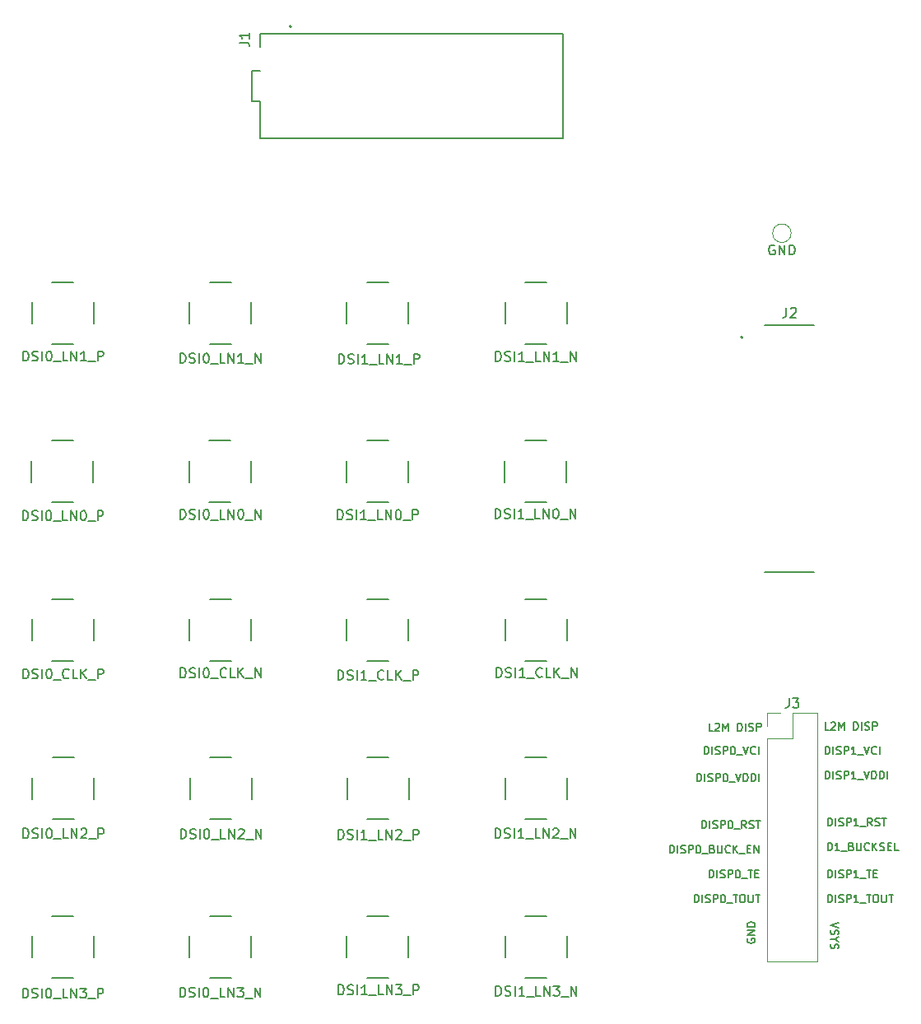
<source format=gbr>
%TF.GenerationSoftware,KiCad,Pcbnew,8.0.3*%
%TF.CreationDate,2024-07-13T21:58:22+05:30*%
%TF.ProjectId,Interpose_1,496e7465-7270-46f7-9365-5f312e6b6963,rev?*%
%TF.SameCoordinates,Original*%
%TF.FileFunction,Legend,Top*%
%TF.FilePolarity,Positive*%
%FSLAX46Y46*%
G04 Gerber Fmt 4.6, Leading zero omitted, Abs format (unit mm)*
G04 Created by KiCad (PCBNEW 8.0.3) date 2024-07-13 21:58:22*
%MOMM*%
%LPD*%
G01*
G04 APERTURE LIST*
%ADD10C,0.150000*%
%ADD11C,0.120000*%
%ADD12C,0.127000*%
%ADD13C,0.200000*%
G04 APERTURE END LIST*
D10*
X142896390Y-125275792D02*
X142858295Y-125351982D01*
X142858295Y-125351982D02*
X142858295Y-125466268D01*
X142858295Y-125466268D02*
X142896390Y-125580554D01*
X142896390Y-125580554D02*
X142972580Y-125656744D01*
X142972580Y-125656744D02*
X143048771Y-125694839D01*
X143048771Y-125694839D02*
X143201152Y-125732935D01*
X143201152Y-125732935D02*
X143315438Y-125732935D01*
X143315438Y-125732935D02*
X143467819Y-125694839D01*
X143467819Y-125694839D02*
X143544009Y-125656744D01*
X143544009Y-125656744D02*
X143620200Y-125580554D01*
X143620200Y-125580554D02*
X143658295Y-125466268D01*
X143658295Y-125466268D02*
X143658295Y-125390077D01*
X143658295Y-125390077D02*
X143620200Y-125275792D01*
X143620200Y-125275792D02*
X143582104Y-125237696D01*
X143582104Y-125237696D02*
X143315438Y-125237696D01*
X143315438Y-125237696D02*
X143315438Y-125390077D01*
X143658295Y-124894839D02*
X142858295Y-124894839D01*
X142858295Y-124894839D02*
X143658295Y-124437696D01*
X143658295Y-124437696D02*
X142858295Y-124437696D01*
X143658295Y-124056744D02*
X142858295Y-124056744D01*
X142858295Y-124056744D02*
X142858295Y-123866268D01*
X142858295Y-123866268D02*
X142896390Y-123751982D01*
X142896390Y-123751982D02*
X142972580Y-123675792D01*
X142972580Y-123675792D02*
X143048771Y-123637697D01*
X143048771Y-123637697D02*
X143201152Y-123599601D01*
X143201152Y-123599601D02*
X143315438Y-123599601D01*
X143315438Y-123599601D02*
X143467819Y-123637697D01*
X143467819Y-123637697D02*
X143544009Y-123675792D01*
X143544009Y-123675792D02*
X143620200Y-123751982D01*
X143620200Y-123751982D02*
X143658295Y-123866268D01*
X143658295Y-123866268D02*
X143658295Y-124056744D01*
X152289704Y-123618874D02*
X151489704Y-123885541D01*
X151489704Y-123885541D02*
X152289704Y-124152207D01*
X151527800Y-124380778D02*
X151489704Y-124495064D01*
X151489704Y-124495064D02*
X151489704Y-124685540D01*
X151489704Y-124685540D02*
X151527800Y-124761731D01*
X151527800Y-124761731D02*
X151565895Y-124799826D01*
X151565895Y-124799826D02*
X151642085Y-124837921D01*
X151642085Y-124837921D02*
X151718276Y-124837921D01*
X151718276Y-124837921D02*
X151794466Y-124799826D01*
X151794466Y-124799826D02*
X151832561Y-124761731D01*
X151832561Y-124761731D02*
X151870657Y-124685540D01*
X151870657Y-124685540D02*
X151908752Y-124533159D01*
X151908752Y-124533159D02*
X151946847Y-124456969D01*
X151946847Y-124456969D02*
X151984942Y-124418874D01*
X151984942Y-124418874D02*
X152061133Y-124380778D01*
X152061133Y-124380778D02*
X152137323Y-124380778D01*
X152137323Y-124380778D02*
X152213514Y-124418874D01*
X152213514Y-124418874D02*
X152251609Y-124456969D01*
X152251609Y-124456969D02*
X152289704Y-124533159D01*
X152289704Y-124533159D02*
X152289704Y-124723636D01*
X152289704Y-124723636D02*
X152251609Y-124837921D01*
X151870657Y-125333160D02*
X151489704Y-125333160D01*
X152289704Y-125066493D02*
X151870657Y-125333160D01*
X151870657Y-125333160D02*
X152289704Y-125599826D01*
X151527800Y-125828397D02*
X151489704Y-125942683D01*
X151489704Y-125942683D02*
X151489704Y-126133159D01*
X151489704Y-126133159D02*
X151527800Y-126209350D01*
X151527800Y-126209350D02*
X151565895Y-126247445D01*
X151565895Y-126247445D02*
X151642085Y-126285540D01*
X151642085Y-126285540D02*
X151718276Y-126285540D01*
X151718276Y-126285540D02*
X151794466Y-126247445D01*
X151794466Y-126247445D02*
X151832561Y-126209350D01*
X151832561Y-126209350D02*
X151870657Y-126133159D01*
X151870657Y-126133159D02*
X151908752Y-125980778D01*
X151908752Y-125980778D02*
X151946847Y-125904588D01*
X151946847Y-125904588D02*
X151984942Y-125866493D01*
X151984942Y-125866493D02*
X152061133Y-125828397D01*
X152061133Y-125828397D02*
X152137323Y-125828397D01*
X152137323Y-125828397D02*
X152213514Y-125866493D01*
X152213514Y-125866493D02*
X152251609Y-125904588D01*
X152251609Y-125904588D02*
X152289704Y-125980778D01*
X152289704Y-125980778D02*
X152289704Y-126171255D01*
X152289704Y-126171255D02*
X152251609Y-126285540D01*
X137449160Y-121560295D02*
X137449160Y-120760295D01*
X137449160Y-120760295D02*
X137639636Y-120760295D01*
X137639636Y-120760295D02*
X137753922Y-120798390D01*
X137753922Y-120798390D02*
X137830112Y-120874580D01*
X137830112Y-120874580D02*
X137868207Y-120950771D01*
X137868207Y-120950771D02*
X137906303Y-121103152D01*
X137906303Y-121103152D02*
X137906303Y-121217438D01*
X137906303Y-121217438D02*
X137868207Y-121369819D01*
X137868207Y-121369819D02*
X137830112Y-121446009D01*
X137830112Y-121446009D02*
X137753922Y-121522200D01*
X137753922Y-121522200D02*
X137639636Y-121560295D01*
X137639636Y-121560295D02*
X137449160Y-121560295D01*
X138249160Y-121560295D02*
X138249160Y-120760295D01*
X138592016Y-121522200D02*
X138706302Y-121560295D01*
X138706302Y-121560295D02*
X138896778Y-121560295D01*
X138896778Y-121560295D02*
X138972969Y-121522200D01*
X138972969Y-121522200D02*
X139011064Y-121484104D01*
X139011064Y-121484104D02*
X139049159Y-121407914D01*
X139049159Y-121407914D02*
X139049159Y-121331723D01*
X139049159Y-121331723D02*
X139011064Y-121255533D01*
X139011064Y-121255533D02*
X138972969Y-121217438D01*
X138972969Y-121217438D02*
X138896778Y-121179342D01*
X138896778Y-121179342D02*
X138744397Y-121141247D01*
X138744397Y-121141247D02*
X138668207Y-121103152D01*
X138668207Y-121103152D02*
X138630112Y-121065057D01*
X138630112Y-121065057D02*
X138592016Y-120988866D01*
X138592016Y-120988866D02*
X138592016Y-120912676D01*
X138592016Y-120912676D02*
X138630112Y-120836485D01*
X138630112Y-120836485D02*
X138668207Y-120798390D01*
X138668207Y-120798390D02*
X138744397Y-120760295D01*
X138744397Y-120760295D02*
X138934874Y-120760295D01*
X138934874Y-120760295D02*
X139049159Y-120798390D01*
X139392017Y-121560295D02*
X139392017Y-120760295D01*
X139392017Y-120760295D02*
X139696779Y-120760295D01*
X139696779Y-120760295D02*
X139772969Y-120798390D01*
X139772969Y-120798390D02*
X139811064Y-120836485D01*
X139811064Y-120836485D02*
X139849160Y-120912676D01*
X139849160Y-120912676D02*
X139849160Y-121026961D01*
X139849160Y-121026961D02*
X139811064Y-121103152D01*
X139811064Y-121103152D02*
X139772969Y-121141247D01*
X139772969Y-121141247D02*
X139696779Y-121179342D01*
X139696779Y-121179342D02*
X139392017Y-121179342D01*
X140344398Y-120760295D02*
X140420588Y-120760295D01*
X140420588Y-120760295D02*
X140496779Y-120798390D01*
X140496779Y-120798390D02*
X140534874Y-120836485D01*
X140534874Y-120836485D02*
X140572969Y-120912676D01*
X140572969Y-120912676D02*
X140611064Y-121065057D01*
X140611064Y-121065057D02*
X140611064Y-121255533D01*
X140611064Y-121255533D02*
X140572969Y-121407914D01*
X140572969Y-121407914D02*
X140534874Y-121484104D01*
X140534874Y-121484104D02*
X140496779Y-121522200D01*
X140496779Y-121522200D02*
X140420588Y-121560295D01*
X140420588Y-121560295D02*
X140344398Y-121560295D01*
X140344398Y-121560295D02*
X140268207Y-121522200D01*
X140268207Y-121522200D02*
X140230112Y-121484104D01*
X140230112Y-121484104D02*
X140192017Y-121407914D01*
X140192017Y-121407914D02*
X140153921Y-121255533D01*
X140153921Y-121255533D02*
X140153921Y-121065057D01*
X140153921Y-121065057D02*
X140192017Y-120912676D01*
X140192017Y-120912676D02*
X140230112Y-120836485D01*
X140230112Y-120836485D02*
X140268207Y-120798390D01*
X140268207Y-120798390D02*
X140344398Y-120760295D01*
X140763446Y-121636485D02*
X141372969Y-121636485D01*
X141449160Y-120760295D02*
X141906303Y-120760295D01*
X141677731Y-121560295D02*
X141677731Y-120760295D01*
X142325351Y-120760295D02*
X142477732Y-120760295D01*
X142477732Y-120760295D02*
X142553922Y-120798390D01*
X142553922Y-120798390D02*
X142630113Y-120874580D01*
X142630113Y-120874580D02*
X142668208Y-121026961D01*
X142668208Y-121026961D02*
X142668208Y-121293628D01*
X142668208Y-121293628D02*
X142630113Y-121446009D01*
X142630113Y-121446009D02*
X142553922Y-121522200D01*
X142553922Y-121522200D02*
X142477732Y-121560295D01*
X142477732Y-121560295D02*
X142325351Y-121560295D01*
X142325351Y-121560295D02*
X142249160Y-121522200D01*
X142249160Y-121522200D02*
X142172970Y-121446009D01*
X142172970Y-121446009D02*
X142134874Y-121293628D01*
X142134874Y-121293628D02*
X142134874Y-121026961D01*
X142134874Y-121026961D02*
X142172970Y-120874580D01*
X142172970Y-120874580D02*
X142249160Y-120798390D01*
X142249160Y-120798390D02*
X142325351Y-120760295D01*
X143011065Y-120760295D02*
X143011065Y-121407914D01*
X143011065Y-121407914D02*
X143049160Y-121484104D01*
X143049160Y-121484104D02*
X143087255Y-121522200D01*
X143087255Y-121522200D02*
X143163446Y-121560295D01*
X143163446Y-121560295D02*
X143315827Y-121560295D01*
X143315827Y-121560295D02*
X143392017Y-121522200D01*
X143392017Y-121522200D02*
X143430112Y-121484104D01*
X143430112Y-121484104D02*
X143468208Y-121407914D01*
X143468208Y-121407914D02*
X143468208Y-120760295D01*
X143734874Y-120760295D02*
X144192017Y-120760295D01*
X143963445Y-121560295D02*
X143963445Y-120760295D01*
X151165160Y-121560295D02*
X151165160Y-120760295D01*
X151165160Y-120760295D02*
X151355636Y-120760295D01*
X151355636Y-120760295D02*
X151469922Y-120798390D01*
X151469922Y-120798390D02*
X151546112Y-120874580D01*
X151546112Y-120874580D02*
X151584207Y-120950771D01*
X151584207Y-120950771D02*
X151622303Y-121103152D01*
X151622303Y-121103152D02*
X151622303Y-121217438D01*
X151622303Y-121217438D02*
X151584207Y-121369819D01*
X151584207Y-121369819D02*
X151546112Y-121446009D01*
X151546112Y-121446009D02*
X151469922Y-121522200D01*
X151469922Y-121522200D02*
X151355636Y-121560295D01*
X151355636Y-121560295D02*
X151165160Y-121560295D01*
X151965160Y-121560295D02*
X151965160Y-120760295D01*
X152308016Y-121522200D02*
X152422302Y-121560295D01*
X152422302Y-121560295D02*
X152612778Y-121560295D01*
X152612778Y-121560295D02*
X152688969Y-121522200D01*
X152688969Y-121522200D02*
X152727064Y-121484104D01*
X152727064Y-121484104D02*
X152765159Y-121407914D01*
X152765159Y-121407914D02*
X152765159Y-121331723D01*
X152765159Y-121331723D02*
X152727064Y-121255533D01*
X152727064Y-121255533D02*
X152688969Y-121217438D01*
X152688969Y-121217438D02*
X152612778Y-121179342D01*
X152612778Y-121179342D02*
X152460397Y-121141247D01*
X152460397Y-121141247D02*
X152384207Y-121103152D01*
X152384207Y-121103152D02*
X152346112Y-121065057D01*
X152346112Y-121065057D02*
X152308016Y-120988866D01*
X152308016Y-120988866D02*
X152308016Y-120912676D01*
X152308016Y-120912676D02*
X152346112Y-120836485D01*
X152346112Y-120836485D02*
X152384207Y-120798390D01*
X152384207Y-120798390D02*
X152460397Y-120760295D01*
X152460397Y-120760295D02*
X152650874Y-120760295D01*
X152650874Y-120760295D02*
X152765159Y-120798390D01*
X153108017Y-121560295D02*
X153108017Y-120760295D01*
X153108017Y-120760295D02*
X153412779Y-120760295D01*
X153412779Y-120760295D02*
X153488969Y-120798390D01*
X153488969Y-120798390D02*
X153527064Y-120836485D01*
X153527064Y-120836485D02*
X153565160Y-120912676D01*
X153565160Y-120912676D02*
X153565160Y-121026961D01*
X153565160Y-121026961D02*
X153527064Y-121103152D01*
X153527064Y-121103152D02*
X153488969Y-121141247D01*
X153488969Y-121141247D02*
X153412779Y-121179342D01*
X153412779Y-121179342D02*
X153108017Y-121179342D01*
X154327064Y-121560295D02*
X153869921Y-121560295D01*
X154098493Y-121560295D02*
X154098493Y-120760295D01*
X154098493Y-120760295D02*
X154022302Y-120874580D01*
X154022302Y-120874580D02*
X153946112Y-120950771D01*
X153946112Y-120950771D02*
X153869921Y-120988866D01*
X154479446Y-121636485D02*
X155088969Y-121636485D01*
X155165160Y-120760295D02*
X155622303Y-120760295D01*
X155393731Y-121560295D02*
X155393731Y-120760295D01*
X156041351Y-120760295D02*
X156193732Y-120760295D01*
X156193732Y-120760295D02*
X156269922Y-120798390D01*
X156269922Y-120798390D02*
X156346113Y-120874580D01*
X156346113Y-120874580D02*
X156384208Y-121026961D01*
X156384208Y-121026961D02*
X156384208Y-121293628D01*
X156384208Y-121293628D02*
X156346113Y-121446009D01*
X156346113Y-121446009D02*
X156269922Y-121522200D01*
X156269922Y-121522200D02*
X156193732Y-121560295D01*
X156193732Y-121560295D02*
X156041351Y-121560295D01*
X156041351Y-121560295D02*
X155965160Y-121522200D01*
X155965160Y-121522200D02*
X155888970Y-121446009D01*
X155888970Y-121446009D02*
X155850874Y-121293628D01*
X155850874Y-121293628D02*
X155850874Y-121026961D01*
X155850874Y-121026961D02*
X155888970Y-120874580D01*
X155888970Y-120874580D02*
X155965160Y-120798390D01*
X155965160Y-120798390D02*
X156041351Y-120760295D01*
X156727065Y-120760295D02*
X156727065Y-121407914D01*
X156727065Y-121407914D02*
X156765160Y-121484104D01*
X156765160Y-121484104D02*
X156803255Y-121522200D01*
X156803255Y-121522200D02*
X156879446Y-121560295D01*
X156879446Y-121560295D02*
X157031827Y-121560295D01*
X157031827Y-121560295D02*
X157108017Y-121522200D01*
X157108017Y-121522200D02*
X157146112Y-121484104D01*
X157146112Y-121484104D02*
X157184208Y-121407914D01*
X157184208Y-121407914D02*
X157184208Y-120760295D01*
X157450874Y-120760295D02*
X157908017Y-120760295D01*
X157679445Y-121560295D02*
X157679445Y-120760295D01*
X138973160Y-119020295D02*
X138973160Y-118220295D01*
X138973160Y-118220295D02*
X139163636Y-118220295D01*
X139163636Y-118220295D02*
X139277922Y-118258390D01*
X139277922Y-118258390D02*
X139354112Y-118334580D01*
X139354112Y-118334580D02*
X139392207Y-118410771D01*
X139392207Y-118410771D02*
X139430303Y-118563152D01*
X139430303Y-118563152D02*
X139430303Y-118677438D01*
X139430303Y-118677438D02*
X139392207Y-118829819D01*
X139392207Y-118829819D02*
X139354112Y-118906009D01*
X139354112Y-118906009D02*
X139277922Y-118982200D01*
X139277922Y-118982200D02*
X139163636Y-119020295D01*
X139163636Y-119020295D02*
X138973160Y-119020295D01*
X139773160Y-119020295D02*
X139773160Y-118220295D01*
X140116016Y-118982200D02*
X140230302Y-119020295D01*
X140230302Y-119020295D02*
X140420778Y-119020295D01*
X140420778Y-119020295D02*
X140496969Y-118982200D01*
X140496969Y-118982200D02*
X140535064Y-118944104D01*
X140535064Y-118944104D02*
X140573159Y-118867914D01*
X140573159Y-118867914D02*
X140573159Y-118791723D01*
X140573159Y-118791723D02*
X140535064Y-118715533D01*
X140535064Y-118715533D02*
X140496969Y-118677438D01*
X140496969Y-118677438D02*
X140420778Y-118639342D01*
X140420778Y-118639342D02*
X140268397Y-118601247D01*
X140268397Y-118601247D02*
X140192207Y-118563152D01*
X140192207Y-118563152D02*
X140154112Y-118525057D01*
X140154112Y-118525057D02*
X140116016Y-118448866D01*
X140116016Y-118448866D02*
X140116016Y-118372676D01*
X140116016Y-118372676D02*
X140154112Y-118296485D01*
X140154112Y-118296485D02*
X140192207Y-118258390D01*
X140192207Y-118258390D02*
X140268397Y-118220295D01*
X140268397Y-118220295D02*
X140458874Y-118220295D01*
X140458874Y-118220295D02*
X140573159Y-118258390D01*
X140916017Y-119020295D02*
X140916017Y-118220295D01*
X140916017Y-118220295D02*
X141220779Y-118220295D01*
X141220779Y-118220295D02*
X141296969Y-118258390D01*
X141296969Y-118258390D02*
X141335064Y-118296485D01*
X141335064Y-118296485D02*
X141373160Y-118372676D01*
X141373160Y-118372676D02*
X141373160Y-118486961D01*
X141373160Y-118486961D02*
X141335064Y-118563152D01*
X141335064Y-118563152D02*
X141296969Y-118601247D01*
X141296969Y-118601247D02*
X141220779Y-118639342D01*
X141220779Y-118639342D02*
X140916017Y-118639342D01*
X141868398Y-118220295D02*
X141944588Y-118220295D01*
X141944588Y-118220295D02*
X142020779Y-118258390D01*
X142020779Y-118258390D02*
X142058874Y-118296485D01*
X142058874Y-118296485D02*
X142096969Y-118372676D01*
X142096969Y-118372676D02*
X142135064Y-118525057D01*
X142135064Y-118525057D02*
X142135064Y-118715533D01*
X142135064Y-118715533D02*
X142096969Y-118867914D01*
X142096969Y-118867914D02*
X142058874Y-118944104D01*
X142058874Y-118944104D02*
X142020779Y-118982200D01*
X142020779Y-118982200D02*
X141944588Y-119020295D01*
X141944588Y-119020295D02*
X141868398Y-119020295D01*
X141868398Y-119020295D02*
X141792207Y-118982200D01*
X141792207Y-118982200D02*
X141754112Y-118944104D01*
X141754112Y-118944104D02*
X141716017Y-118867914D01*
X141716017Y-118867914D02*
X141677921Y-118715533D01*
X141677921Y-118715533D02*
X141677921Y-118525057D01*
X141677921Y-118525057D02*
X141716017Y-118372676D01*
X141716017Y-118372676D02*
X141754112Y-118296485D01*
X141754112Y-118296485D02*
X141792207Y-118258390D01*
X141792207Y-118258390D02*
X141868398Y-118220295D01*
X142287446Y-119096485D02*
X142896969Y-119096485D01*
X142973160Y-118220295D02*
X143430303Y-118220295D01*
X143201731Y-119020295D02*
X143201731Y-118220295D01*
X143696970Y-118601247D02*
X143963636Y-118601247D01*
X144077922Y-119020295D02*
X143696970Y-119020295D01*
X143696970Y-119020295D02*
X143696970Y-118220295D01*
X143696970Y-118220295D02*
X144077922Y-118220295D01*
X151165160Y-119020295D02*
X151165160Y-118220295D01*
X151165160Y-118220295D02*
X151355636Y-118220295D01*
X151355636Y-118220295D02*
X151469922Y-118258390D01*
X151469922Y-118258390D02*
X151546112Y-118334580D01*
X151546112Y-118334580D02*
X151584207Y-118410771D01*
X151584207Y-118410771D02*
X151622303Y-118563152D01*
X151622303Y-118563152D02*
X151622303Y-118677438D01*
X151622303Y-118677438D02*
X151584207Y-118829819D01*
X151584207Y-118829819D02*
X151546112Y-118906009D01*
X151546112Y-118906009D02*
X151469922Y-118982200D01*
X151469922Y-118982200D02*
X151355636Y-119020295D01*
X151355636Y-119020295D02*
X151165160Y-119020295D01*
X151965160Y-119020295D02*
X151965160Y-118220295D01*
X152308016Y-118982200D02*
X152422302Y-119020295D01*
X152422302Y-119020295D02*
X152612778Y-119020295D01*
X152612778Y-119020295D02*
X152688969Y-118982200D01*
X152688969Y-118982200D02*
X152727064Y-118944104D01*
X152727064Y-118944104D02*
X152765159Y-118867914D01*
X152765159Y-118867914D02*
X152765159Y-118791723D01*
X152765159Y-118791723D02*
X152727064Y-118715533D01*
X152727064Y-118715533D02*
X152688969Y-118677438D01*
X152688969Y-118677438D02*
X152612778Y-118639342D01*
X152612778Y-118639342D02*
X152460397Y-118601247D01*
X152460397Y-118601247D02*
X152384207Y-118563152D01*
X152384207Y-118563152D02*
X152346112Y-118525057D01*
X152346112Y-118525057D02*
X152308016Y-118448866D01*
X152308016Y-118448866D02*
X152308016Y-118372676D01*
X152308016Y-118372676D02*
X152346112Y-118296485D01*
X152346112Y-118296485D02*
X152384207Y-118258390D01*
X152384207Y-118258390D02*
X152460397Y-118220295D01*
X152460397Y-118220295D02*
X152650874Y-118220295D01*
X152650874Y-118220295D02*
X152765159Y-118258390D01*
X153108017Y-119020295D02*
X153108017Y-118220295D01*
X153108017Y-118220295D02*
X153412779Y-118220295D01*
X153412779Y-118220295D02*
X153488969Y-118258390D01*
X153488969Y-118258390D02*
X153527064Y-118296485D01*
X153527064Y-118296485D02*
X153565160Y-118372676D01*
X153565160Y-118372676D02*
X153565160Y-118486961D01*
X153565160Y-118486961D02*
X153527064Y-118563152D01*
X153527064Y-118563152D02*
X153488969Y-118601247D01*
X153488969Y-118601247D02*
X153412779Y-118639342D01*
X153412779Y-118639342D02*
X153108017Y-118639342D01*
X154327064Y-119020295D02*
X153869921Y-119020295D01*
X154098493Y-119020295D02*
X154098493Y-118220295D01*
X154098493Y-118220295D02*
X154022302Y-118334580D01*
X154022302Y-118334580D02*
X153946112Y-118410771D01*
X153946112Y-118410771D02*
X153869921Y-118448866D01*
X154479446Y-119096485D02*
X155088969Y-119096485D01*
X155165160Y-118220295D02*
X155622303Y-118220295D01*
X155393731Y-119020295D02*
X155393731Y-118220295D01*
X155888970Y-118601247D02*
X156155636Y-118601247D01*
X156269922Y-119020295D02*
X155888970Y-119020295D01*
X155888970Y-119020295D02*
X155888970Y-118220295D01*
X155888970Y-118220295D02*
X156269922Y-118220295D01*
X134909160Y-116480295D02*
X134909160Y-115680295D01*
X134909160Y-115680295D02*
X135099636Y-115680295D01*
X135099636Y-115680295D02*
X135213922Y-115718390D01*
X135213922Y-115718390D02*
X135290112Y-115794580D01*
X135290112Y-115794580D02*
X135328207Y-115870771D01*
X135328207Y-115870771D02*
X135366303Y-116023152D01*
X135366303Y-116023152D02*
X135366303Y-116137438D01*
X135366303Y-116137438D02*
X135328207Y-116289819D01*
X135328207Y-116289819D02*
X135290112Y-116366009D01*
X135290112Y-116366009D02*
X135213922Y-116442200D01*
X135213922Y-116442200D02*
X135099636Y-116480295D01*
X135099636Y-116480295D02*
X134909160Y-116480295D01*
X135709160Y-116480295D02*
X135709160Y-115680295D01*
X136052016Y-116442200D02*
X136166302Y-116480295D01*
X136166302Y-116480295D02*
X136356778Y-116480295D01*
X136356778Y-116480295D02*
X136432969Y-116442200D01*
X136432969Y-116442200D02*
X136471064Y-116404104D01*
X136471064Y-116404104D02*
X136509159Y-116327914D01*
X136509159Y-116327914D02*
X136509159Y-116251723D01*
X136509159Y-116251723D02*
X136471064Y-116175533D01*
X136471064Y-116175533D02*
X136432969Y-116137438D01*
X136432969Y-116137438D02*
X136356778Y-116099342D01*
X136356778Y-116099342D02*
X136204397Y-116061247D01*
X136204397Y-116061247D02*
X136128207Y-116023152D01*
X136128207Y-116023152D02*
X136090112Y-115985057D01*
X136090112Y-115985057D02*
X136052016Y-115908866D01*
X136052016Y-115908866D02*
X136052016Y-115832676D01*
X136052016Y-115832676D02*
X136090112Y-115756485D01*
X136090112Y-115756485D02*
X136128207Y-115718390D01*
X136128207Y-115718390D02*
X136204397Y-115680295D01*
X136204397Y-115680295D02*
X136394874Y-115680295D01*
X136394874Y-115680295D02*
X136509159Y-115718390D01*
X136852017Y-116480295D02*
X136852017Y-115680295D01*
X136852017Y-115680295D02*
X137156779Y-115680295D01*
X137156779Y-115680295D02*
X137232969Y-115718390D01*
X137232969Y-115718390D02*
X137271064Y-115756485D01*
X137271064Y-115756485D02*
X137309160Y-115832676D01*
X137309160Y-115832676D02*
X137309160Y-115946961D01*
X137309160Y-115946961D02*
X137271064Y-116023152D01*
X137271064Y-116023152D02*
X137232969Y-116061247D01*
X137232969Y-116061247D02*
X137156779Y-116099342D01*
X137156779Y-116099342D02*
X136852017Y-116099342D01*
X137804398Y-115680295D02*
X137880588Y-115680295D01*
X137880588Y-115680295D02*
X137956779Y-115718390D01*
X137956779Y-115718390D02*
X137994874Y-115756485D01*
X137994874Y-115756485D02*
X138032969Y-115832676D01*
X138032969Y-115832676D02*
X138071064Y-115985057D01*
X138071064Y-115985057D02*
X138071064Y-116175533D01*
X138071064Y-116175533D02*
X138032969Y-116327914D01*
X138032969Y-116327914D02*
X137994874Y-116404104D01*
X137994874Y-116404104D02*
X137956779Y-116442200D01*
X137956779Y-116442200D02*
X137880588Y-116480295D01*
X137880588Y-116480295D02*
X137804398Y-116480295D01*
X137804398Y-116480295D02*
X137728207Y-116442200D01*
X137728207Y-116442200D02*
X137690112Y-116404104D01*
X137690112Y-116404104D02*
X137652017Y-116327914D01*
X137652017Y-116327914D02*
X137613921Y-116175533D01*
X137613921Y-116175533D02*
X137613921Y-115985057D01*
X137613921Y-115985057D02*
X137652017Y-115832676D01*
X137652017Y-115832676D02*
X137690112Y-115756485D01*
X137690112Y-115756485D02*
X137728207Y-115718390D01*
X137728207Y-115718390D02*
X137804398Y-115680295D01*
X138223446Y-116556485D02*
X138832969Y-116556485D01*
X139290112Y-116061247D02*
X139404398Y-116099342D01*
X139404398Y-116099342D02*
X139442493Y-116137438D01*
X139442493Y-116137438D02*
X139480589Y-116213628D01*
X139480589Y-116213628D02*
X139480589Y-116327914D01*
X139480589Y-116327914D02*
X139442493Y-116404104D01*
X139442493Y-116404104D02*
X139404398Y-116442200D01*
X139404398Y-116442200D02*
X139328208Y-116480295D01*
X139328208Y-116480295D02*
X139023446Y-116480295D01*
X139023446Y-116480295D02*
X139023446Y-115680295D01*
X139023446Y-115680295D02*
X139290112Y-115680295D01*
X139290112Y-115680295D02*
X139366303Y-115718390D01*
X139366303Y-115718390D02*
X139404398Y-115756485D01*
X139404398Y-115756485D02*
X139442493Y-115832676D01*
X139442493Y-115832676D02*
X139442493Y-115908866D01*
X139442493Y-115908866D02*
X139404398Y-115985057D01*
X139404398Y-115985057D02*
X139366303Y-116023152D01*
X139366303Y-116023152D02*
X139290112Y-116061247D01*
X139290112Y-116061247D02*
X139023446Y-116061247D01*
X139823446Y-115680295D02*
X139823446Y-116327914D01*
X139823446Y-116327914D02*
X139861541Y-116404104D01*
X139861541Y-116404104D02*
X139899636Y-116442200D01*
X139899636Y-116442200D02*
X139975827Y-116480295D01*
X139975827Y-116480295D02*
X140128208Y-116480295D01*
X140128208Y-116480295D02*
X140204398Y-116442200D01*
X140204398Y-116442200D02*
X140242493Y-116404104D01*
X140242493Y-116404104D02*
X140280589Y-116327914D01*
X140280589Y-116327914D02*
X140280589Y-115680295D01*
X141118684Y-116404104D02*
X141080588Y-116442200D01*
X141080588Y-116442200D02*
X140966303Y-116480295D01*
X140966303Y-116480295D02*
X140890112Y-116480295D01*
X140890112Y-116480295D02*
X140775826Y-116442200D01*
X140775826Y-116442200D02*
X140699636Y-116366009D01*
X140699636Y-116366009D02*
X140661541Y-116289819D01*
X140661541Y-116289819D02*
X140623445Y-116137438D01*
X140623445Y-116137438D02*
X140623445Y-116023152D01*
X140623445Y-116023152D02*
X140661541Y-115870771D01*
X140661541Y-115870771D02*
X140699636Y-115794580D01*
X140699636Y-115794580D02*
X140775826Y-115718390D01*
X140775826Y-115718390D02*
X140890112Y-115680295D01*
X140890112Y-115680295D02*
X140966303Y-115680295D01*
X140966303Y-115680295D02*
X141080588Y-115718390D01*
X141080588Y-115718390D02*
X141118684Y-115756485D01*
X141461541Y-116480295D02*
X141461541Y-115680295D01*
X141918684Y-116480295D02*
X141575826Y-116023152D01*
X141918684Y-115680295D02*
X141461541Y-116137438D01*
X142071065Y-116556485D02*
X142680588Y-116556485D01*
X142871065Y-116061247D02*
X143137731Y-116061247D01*
X143252017Y-116480295D02*
X142871065Y-116480295D01*
X142871065Y-116480295D02*
X142871065Y-115680295D01*
X142871065Y-115680295D02*
X143252017Y-115680295D01*
X143594875Y-116480295D02*
X143594875Y-115680295D01*
X143594875Y-115680295D02*
X144052018Y-116480295D01*
X144052018Y-116480295D02*
X144052018Y-115680295D01*
X151165160Y-116226295D02*
X151165160Y-115426295D01*
X151165160Y-115426295D02*
X151355636Y-115426295D01*
X151355636Y-115426295D02*
X151469922Y-115464390D01*
X151469922Y-115464390D02*
X151546112Y-115540580D01*
X151546112Y-115540580D02*
X151584207Y-115616771D01*
X151584207Y-115616771D02*
X151622303Y-115769152D01*
X151622303Y-115769152D02*
X151622303Y-115883438D01*
X151622303Y-115883438D02*
X151584207Y-116035819D01*
X151584207Y-116035819D02*
X151546112Y-116112009D01*
X151546112Y-116112009D02*
X151469922Y-116188200D01*
X151469922Y-116188200D02*
X151355636Y-116226295D01*
X151355636Y-116226295D02*
X151165160Y-116226295D01*
X152384207Y-116226295D02*
X151927064Y-116226295D01*
X152155636Y-116226295D02*
X152155636Y-115426295D01*
X152155636Y-115426295D02*
X152079445Y-115540580D01*
X152079445Y-115540580D02*
X152003255Y-115616771D01*
X152003255Y-115616771D02*
X151927064Y-115654866D01*
X152536589Y-116302485D02*
X153146112Y-116302485D01*
X153603255Y-115807247D02*
X153717541Y-115845342D01*
X153717541Y-115845342D02*
X153755636Y-115883438D01*
X153755636Y-115883438D02*
X153793732Y-115959628D01*
X153793732Y-115959628D02*
X153793732Y-116073914D01*
X153793732Y-116073914D02*
X153755636Y-116150104D01*
X153755636Y-116150104D02*
X153717541Y-116188200D01*
X153717541Y-116188200D02*
X153641351Y-116226295D01*
X153641351Y-116226295D02*
X153336589Y-116226295D01*
X153336589Y-116226295D02*
X153336589Y-115426295D01*
X153336589Y-115426295D02*
X153603255Y-115426295D01*
X153603255Y-115426295D02*
X153679446Y-115464390D01*
X153679446Y-115464390D02*
X153717541Y-115502485D01*
X153717541Y-115502485D02*
X153755636Y-115578676D01*
X153755636Y-115578676D02*
X153755636Y-115654866D01*
X153755636Y-115654866D02*
X153717541Y-115731057D01*
X153717541Y-115731057D02*
X153679446Y-115769152D01*
X153679446Y-115769152D02*
X153603255Y-115807247D01*
X153603255Y-115807247D02*
X153336589Y-115807247D01*
X154136589Y-115426295D02*
X154136589Y-116073914D01*
X154136589Y-116073914D02*
X154174684Y-116150104D01*
X154174684Y-116150104D02*
X154212779Y-116188200D01*
X154212779Y-116188200D02*
X154288970Y-116226295D01*
X154288970Y-116226295D02*
X154441351Y-116226295D01*
X154441351Y-116226295D02*
X154517541Y-116188200D01*
X154517541Y-116188200D02*
X154555636Y-116150104D01*
X154555636Y-116150104D02*
X154593732Y-116073914D01*
X154593732Y-116073914D02*
X154593732Y-115426295D01*
X155431827Y-116150104D02*
X155393731Y-116188200D01*
X155393731Y-116188200D02*
X155279446Y-116226295D01*
X155279446Y-116226295D02*
X155203255Y-116226295D01*
X155203255Y-116226295D02*
X155088969Y-116188200D01*
X155088969Y-116188200D02*
X155012779Y-116112009D01*
X155012779Y-116112009D02*
X154974684Y-116035819D01*
X154974684Y-116035819D02*
X154936588Y-115883438D01*
X154936588Y-115883438D02*
X154936588Y-115769152D01*
X154936588Y-115769152D02*
X154974684Y-115616771D01*
X154974684Y-115616771D02*
X155012779Y-115540580D01*
X155012779Y-115540580D02*
X155088969Y-115464390D01*
X155088969Y-115464390D02*
X155203255Y-115426295D01*
X155203255Y-115426295D02*
X155279446Y-115426295D01*
X155279446Y-115426295D02*
X155393731Y-115464390D01*
X155393731Y-115464390D02*
X155431827Y-115502485D01*
X155774684Y-116226295D02*
X155774684Y-115426295D01*
X156231827Y-116226295D02*
X155888969Y-115769152D01*
X156231827Y-115426295D02*
X155774684Y-115883438D01*
X156536588Y-116188200D02*
X156650874Y-116226295D01*
X156650874Y-116226295D02*
X156841350Y-116226295D01*
X156841350Y-116226295D02*
X156917541Y-116188200D01*
X156917541Y-116188200D02*
X156955636Y-116150104D01*
X156955636Y-116150104D02*
X156993731Y-116073914D01*
X156993731Y-116073914D02*
X156993731Y-115997723D01*
X156993731Y-115997723D02*
X156955636Y-115921533D01*
X156955636Y-115921533D02*
X156917541Y-115883438D01*
X156917541Y-115883438D02*
X156841350Y-115845342D01*
X156841350Y-115845342D02*
X156688969Y-115807247D01*
X156688969Y-115807247D02*
X156612779Y-115769152D01*
X156612779Y-115769152D02*
X156574684Y-115731057D01*
X156574684Y-115731057D02*
X156536588Y-115654866D01*
X156536588Y-115654866D02*
X156536588Y-115578676D01*
X156536588Y-115578676D02*
X156574684Y-115502485D01*
X156574684Y-115502485D02*
X156612779Y-115464390D01*
X156612779Y-115464390D02*
X156688969Y-115426295D01*
X156688969Y-115426295D02*
X156879446Y-115426295D01*
X156879446Y-115426295D02*
X156993731Y-115464390D01*
X157336589Y-115807247D02*
X157603255Y-115807247D01*
X157717541Y-116226295D02*
X157336589Y-116226295D01*
X157336589Y-116226295D02*
X157336589Y-115426295D01*
X157336589Y-115426295D02*
X157717541Y-115426295D01*
X158441351Y-116226295D02*
X158060399Y-116226295D01*
X158060399Y-116226295D02*
X158060399Y-115426295D01*
X138211160Y-113940295D02*
X138211160Y-113140295D01*
X138211160Y-113140295D02*
X138401636Y-113140295D01*
X138401636Y-113140295D02*
X138515922Y-113178390D01*
X138515922Y-113178390D02*
X138592112Y-113254580D01*
X138592112Y-113254580D02*
X138630207Y-113330771D01*
X138630207Y-113330771D02*
X138668303Y-113483152D01*
X138668303Y-113483152D02*
X138668303Y-113597438D01*
X138668303Y-113597438D02*
X138630207Y-113749819D01*
X138630207Y-113749819D02*
X138592112Y-113826009D01*
X138592112Y-113826009D02*
X138515922Y-113902200D01*
X138515922Y-113902200D02*
X138401636Y-113940295D01*
X138401636Y-113940295D02*
X138211160Y-113940295D01*
X139011160Y-113940295D02*
X139011160Y-113140295D01*
X139354016Y-113902200D02*
X139468302Y-113940295D01*
X139468302Y-113940295D02*
X139658778Y-113940295D01*
X139658778Y-113940295D02*
X139734969Y-113902200D01*
X139734969Y-113902200D02*
X139773064Y-113864104D01*
X139773064Y-113864104D02*
X139811159Y-113787914D01*
X139811159Y-113787914D02*
X139811159Y-113711723D01*
X139811159Y-113711723D02*
X139773064Y-113635533D01*
X139773064Y-113635533D02*
X139734969Y-113597438D01*
X139734969Y-113597438D02*
X139658778Y-113559342D01*
X139658778Y-113559342D02*
X139506397Y-113521247D01*
X139506397Y-113521247D02*
X139430207Y-113483152D01*
X139430207Y-113483152D02*
X139392112Y-113445057D01*
X139392112Y-113445057D02*
X139354016Y-113368866D01*
X139354016Y-113368866D02*
X139354016Y-113292676D01*
X139354016Y-113292676D02*
X139392112Y-113216485D01*
X139392112Y-113216485D02*
X139430207Y-113178390D01*
X139430207Y-113178390D02*
X139506397Y-113140295D01*
X139506397Y-113140295D02*
X139696874Y-113140295D01*
X139696874Y-113140295D02*
X139811159Y-113178390D01*
X140154017Y-113940295D02*
X140154017Y-113140295D01*
X140154017Y-113140295D02*
X140458779Y-113140295D01*
X140458779Y-113140295D02*
X140534969Y-113178390D01*
X140534969Y-113178390D02*
X140573064Y-113216485D01*
X140573064Y-113216485D02*
X140611160Y-113292676D01*
X140611160Y-113292676D02*
X140611160Y-113406961D01*
X140611160Y-113406961D02*
X140573064Y-113483152D01*
X140573064Y-113483152D02*
X140534969Y-113521247D01*
X140534969Y-113521247D02*
X140458779Y-113559342D01*
X140458779Y-113559342D02*
X140154017Y-113559342D01*
X141106398Y-113140295D02*
X141182588Y-113140295D01*
X141182588Y-113140295D02*
X141258779Y-113178390D01*
X141258779Y-113178390D02*
X141296874Y-113216485D01*
X141296874Y-113216485D02*
X141334969Y-113292676D01*
X141334969Y-113292676D02*
X141373064Y-113445057D01*
X141373064Y-113445057D02*
X141373064Y-113635533D01*
X141373064Y-113635533D02*
X141334969Y-113787914D01*
X141334969Y-113787914D02*
X141296874Y-113864104D01*
X141296874Y-113864104D02*
X141258779Y-113902200D01*
X141258779Y-113902200D02*
X141182588Y-113940295D01*
X141182588Y-113940295D02*
X141106398Y-113940295D01*
X141106398Y-113940295D02*
X141030207Y-113902200D01*
X141030207Y-113902200D02*
X140992112Y-113864104D01*
X140992112Y-113864104D02*
X140954017Y-113787914D01*
X140954017Y-113787914D02*
X140915921Y-113635533D01*
X140915921Y-113635533D02*
X140915921Y-113445057D01*
X140915921Y-113445057D02*
X140954017Y-113292676D01*
X140954017Y-113292676D02*
X140992112Y-113216485D01*
X140992112Y-113216485D02*
X141030207Y-113178390D01*
X141030207Y-113178390D02*
X141106398Y-113140295D01*
X141525446Y-114016485D02*
X142134969Y-114016485D01*
X142782589Y-113940295D02*
X142515922Y-113559342D01*
X142325446Y-113940295D02*
X142325446Y-113140295D01*
X142325446Y-113140295D02*
X142630208Y-113140295D01*
X142630208Y-113140295D02*
X142706398Y-113178390D01*
X142706398Y-113178390D02*
X142744493Y-113216485D01*
X142744493Y-113216485D02*
X142782589Y-113292676D01*
X142782589Y-113292676D02*
X142782589Y-113406961D01*
X142782589Y-113406961D02*
X142744493Y-113483152D01*
X142744493Y-113483152D02*
X142706398Y-113521247D01*
X142706398Y-113521247D02*
X142630208Y-113559342D01*
X142630208Y-113559342D02*
X142325446Y-113559342D01*
X143087350Y-113902200D02*
X143201636Y-113940295D01*
X143201636Y-113940295D02*
X143392112Y-113940295D01*
X143392112Y-113940295D02*
X143468303Y-113902200D01*
X143468303Y-113902200D02*
X143506398Y-113864104D01*
X143506398Y-113864104D02*
X143544493Y-113787914D01*
X143544493Y-113787914D02*
X143544493Y-113711723D01*
X143544493Y-113711723D02*
X143506398Y-113635533D01*
X143506398Y-113635533D02*
X143468303Y-113597438D01*
X143468303Y-113597438D02*
X143392112Y-113559342D01*
X143392112Y-113559342D02*
X143239731Y-113521247D01*
X143239731Y-113521247D02*
X143163541Y-113483152D01*
X143163541Y-113483152D02*
X143125446Y-113445057D01*
X143125446Y-113445057D02*
X143087350Y-113368866D01*
X143087350Y-113368866D02*
X143087350Y-113292676D01*
X143087350Y-113292676D02*
X143125446Y-113216485D01*
X143125446Y-113216485D02*
X143163541Y-113178390D01*
X143163541Y-113178390D02*
X143239731Y-113140295D01*
X143239731Y-113140295D02*
X143430208Y-113140295D01*
X143430208Y-113140295D02*
X143544493Y-113178390D01*
X143773065Y-113140295D02*
X144230208Y-113140295D01*
X144001636Y-113940295D02*
X144001636Y-113140295D01*
X151165160Y-113686295D02*
X151165160Y-112886295D01*
X151165160Y-112886295D02*
X151355636Y-112886295D01*
X151355636Y-112886295D02*
X151469922Y-112924390D01*
X151469922Y-112924390D02*
X151546112Y-113000580D01*
X151546112Y-113000580D02*
X151584207Y-113076771D01*
X151584207Y-113076771D02*
X151622303Y-113229152D01*
X151622303Y-113229152D02*
X151622303Y-113343438D01*
X151622303Y-113343438D02*
X151584207Y-113495819D01*
X151584207Y-113495819D02*
X151546112Y-113572009D01*
X151546112Y-113572009D02*
X151469922Y-113648200D01*
X151469922Y-113648200D02*
X151355636Y-113686295D01*
X151355636Y-113686295D02*
X151165160Y-113686295D01*
X151965160Y-113686295D02*
X151965160Y-112886295D01*
X152308016Y-113648200D02*
X152422302Y-113686295D01*
X152422302Y-113686295D02*
X152612778Y-113686295D01*
X152612778Y-113686295D02*
X152688969Y-113648200D01*
X152688969Y-113648200D02*
X152727064Y-113610104D01*
X152727064Y-113610104D02*
X152765159Y-113533914D01*
X152765159Y-113533914D02*
X152765159Y-113457723D01*
X152765159Y-113457723D02*
X152727064Y-113381533D01*
X152727064Y-113381533D02*
X152688969Y-113343438D01*
X152688969Y-113343438D02*
X152612778Y-113305342D01*
X152612778Y-113305342D02*
X152460397Y-113267247D01*
X152460397Y-113267247D02*
X152384207Y-113229152D01*
X152384207Y-113229152D02*
X152346112Y-113191057D01*
X152346112Y-113191057D02*
X152308016Y-113114866D01*
X152308016Y-113114866D02*
X152308016Y-113038676D01*
X152308016Y-113038676D02*
X152346112Y-112962485D01*
X152346112Y-112962485D02*
X152384207Y-112924390D01*
X152384207Y-112924390D02*
X152460397Y-112886295D01*
X152460397Y-112886295D02*
X152650874Y-112886295D01*
X152650874Y-112886295D02*
X152765159Y-112924390D01*
X153108017Y-113686295D02*
X153108017Y-112886295D01*
X153108017Y-112886295D02*
X153412779Y-112886295D01*
X153412779Y-112886295D02*
X153488969Y-112924390D01*
X153488969Y-112924390D02*
X153527064Y-112962485D01*
X153527064Y-112962485D02*
X153565160Y-113038676D01*
X153565160Y-113038676D02*
X153565160Y-113152961D01*
X153565160Y-113152961D02*
X153527064Y-113229152D01*
X153527064Y-113229152D02*
X153488969Y-113267247D01*
X153488969Y-113267247D02*
X153412779Y-113305342D01*
X153412779Y-113305342D02*
X153108017Y-113305342D01*
X154327064Y-113686295D02*
X153869921Y-113686295D01*
X154098493Y-113686295D02*
X154098493Y-112886295D01*
X154098493Y-112886295D02*
X154022302Y-113000580D01*
X154022302Y-113000580D02*
X153946112Y-113076771D01*
X153946112Y-113076771D02*
X153869921Y-113114866D01*
X154479446Y-113762485D02*
X155088969Y-113762485D01*
X155736589Y-113686295D02*
X155469922Y-113305342D01*
X155279446Y-113686295D02*
X155279446Y-112886295D01*
X155279446Y-112886295D02*
X155584208Y-112886295D01*
X155584208Y-112886295D02*
X155660398Y-112924390D01*
X155660398Y-112924390D02*
X155698493Y-112962485D01*
X155698493Y-112962485D02*
X155736589Y-113038676D01*
X155736589Y-113038676D02*
X155736589Y-113152961D01*
X155736589Y-113152961D02*
X155698493Y-113229152D01*
X155698493Y-113229152D02*
X155660398Y-113267247D01*
X155660398Y-113267247D02*
X155584208Y-113305342D01*
X155584208Y-113305342D02*
X155279446Y-113305342D01*
X156041350Y-113648200D02*
X156155636Y-113686295D01*
X156155636Y-113686295D02*
X156346112Y-113686295D01*
X156346112Y-113686295D02*
X156422303Y-113648200D01*
X156422303Y-113648200D02*
X156460398Y-113610104D01*
X156460398Y-113610104D02*
X156498493Y-113533914D01*
X156498493Y-113533914D02*
X156498493Y-113457723D01*
X156498493Y-113457723D02*
X156460398Y-113381533D01*
X156460398Y-113381533D02*
X156422303Y-113343438D01*
X156422303Y-113343438D02*
X156346112Y-113305342D01*
X156346112Y-113305342D02*
X156193731Y-113267247D01*
X156193731Y-113267247D02*
X156117541Y-113229152D01*
X156117541Y-113229152D02*
X156079446Y-113191057D01*
X156079446Y-113191057D02*
X156041350Y-113114866D01*
X156041350Y-113114866D02*
X156041350Y-113038676D01*
X156041350Y-113038676D02*
X156079446Y-112962485D01*
X156079446Y-112962485D02*
X156117541Y-112924390D01*
X156117541Y-112924390D02*
X156193731Y-112886295D01*
X156193731Y-112886295D02*
X156384208Y-112886295D01*
X156384208Y-112886295D02*
X156498493Y-112924390D01*
X156727065Y-112886295D02*
X157184208Y-112886295D01*
X156955636Y-113686295D02*
X156955636Y-112886295D01*
X137703160Y-109114295D02*
X137703160Y-108314295D01*
X137703160Y-108314295D02*
X137893636Y-108314295D01*
X137893636Y-108314295D02*
X138007922Y-108352390D01*
X138007922Y-108352390D02*
X138084112Y-108428580D01*
X138084112Y-108428580D02*
X138122207Y-108504771D01*
X138122207Y-108504771D02*
X138160303Y-108657152D01*
X138160303Y-108657152D02*
X138160303Y-108771438D01*
X138160303Y-108771438D02*
X138122207Y-108923819D01*
X138122207Y-108923819D02*
X138084112Y-109000009D01*
X138084112Y-109000009D02*
X138007922Y-109076200D01*
X138007922Y-109076200D02*
X137893636Y-109114295D01*
X137893636Y-109114295D02*
X137703160Y-109114295D01*
X138503160Y-109114295D02*
X138503160Y-108314295D01*
X138846016Y-109076200D02*
X138960302Y-109114295D01*
X138960302Y-109114295D02*
X139150778Y-109114295D01*
X139150778Y-109114295D02*
X139226969Y-109076200D01*
X139226969Y-109076200D02*
X139265064Y-109038104D01*
X139265064Y-109038104D02*
X139303159Y-108961914D01*
X139303159Y-108961914D02*
X139303159Y-108885723D01*
X139303159Y-108885723D02*
X139265064Y-108809533D01*
X139265064Y-108809533D02*
X139226969Y-108771438D01*
X139226969Y-108771438D02*
X139150778Y-108733342D01*
X139150778Y-108733342D02*
X138998397Y-108695247D01*
X138998397Y-108695247D02*
X138922207Y-108657152D01*
X138922207Y-108657152D02*
X138884112Y-108619057D01*
X138884112Y-108619057D02*
X138846016Y-108542866D01*
X138846016Y-108542866D02*
X138846016Y-108466676D01*
X138846016Y-108466676D02*
X138884112Y-108390485D01*
X138884112Y-108390485D02*
X138922207Y-108352390D01*
X138922207Y-108352390D02*
X138998397Y-108314295D01*
X138998397Y-108314295D02*
X139188874Y-108314295D01*
X139188874Y-108314295D02*
X139303159Y-108352390D01*
X139646017Y-109114295D02*
X139646017Y-108314295D01*
X139646017Y-108314295D02*
X139950779Y-108314295D01*
X139950779Y-108314295D02*
X140026969Y-108352390D01*
X140026969Y-108352390D02*
X140065064Y-108390485D01*
X140065064Y-108390485D02*
X140103160Y-108466676D01*
X140103160Y-108466676D02*
X140103160Y-108580961D01*
X140103160Y-108580961D02*
X140065064Y-108657152D01*
X140065064Y-108657152D02*
X140026969Y-108695247D01*
X140026969Y-108695247D02*
X139950779Y-108733342D01*
X139950779Y-108733342D02*
X139646017Y-108733342D01*
X140598398Y-108314295D02*
X140674588Y-108314295D01*
X140674588Y-108314295D02*
X140750779Y-108352390D01*
X140750779Y-108352390D02*
X140788874Y-108390485D01*
X140788874Y-108390485D02*
X140826969Y-108466676D01*
X140826969Y-108466676D02*
X140865064Y-108619057D01*
X140865064Y-108619057D02*
X140865064Y-108809533D01*
X140865064Y-108809533D02*
X140826969Y-108961914D01*
X140826969Y-108961914D02*
X140788874Y-109038104D01*
X140788874Y-109038104D02*
X140750779Y-109076200D01*
X140750779Y-109076200D02*
X140674588Y-109114295D01*
X140674588Y-109114295D02*
X140598398Y-109114295D01*
X140598398Y-109114295D02*
X140522207Y-109076200D01*
X140522207Y-109076200D02*
X140484112Y-109038104D01*
X140484112Y-109038104D02*
X140446017Y-108961914D01*
X140446017Y-108961914D02*
X140407921Y-108809533D01*
X140407921Y-108809533D02*
X140407921Y-108619057D01*
X140407921Y-108619057D02*
X140446017Y-108466676D01*
X140446017Y-108466676D02*
X140484112Y-108390485D01*
X140484112Y-108390485D02*
X140522207Y-108352390D01*
X140522207Y-108352390D02*
X140598398Y-108314295D01*
X141017446Y-109190485D02*
X141626969Y-109190485D01*
X141703160Y-108314295D02*
X141969827Y-109114295D01*
X141969827Y-109114295D02*
X142236493Y-108314295D01*
X142503160Y-109114295D02*
X142503160Y-108314295D01*
X142503160Y-108314295D02*
X142693636Y-108314295D01*
X142693636Y-108314295D02*
X142807922Y-108352390D01*
X142807922Y-108352390D02*
X142884112Y-108428580D01*
X142884112Y-108428580D02*
X142922207Y-108504771D01*
X142922207Y-108504771D02*
X142960303Y-108657152D01*
X142960303Y-108657152D02*
X142960303Y-108771438D01*
X142960303Y-108771438D02*
X142922207Y-108923819D01*
X142922207Y-108923819D02*
X142884112Y-109000009D01*
X142884112Y-109000009D02*
X142807922Y-109076200D01*
X142807922Y-109076200D02*
X142693636Y-109114295D01*
X142693636Y-109114295D02*
X142503160Y-109114295D01*
X143303160Y-109114295D02*
X143303160Y-108314295D01*
X143303160Y-108314295D02*
X143493636Y-108314295D01*
X143493636Y-108314295D02*
X143607922Y-108352390D01*
X143607922Y-108352390D02*
X143684112Y-108428580D01*
X143684112Y-108428580D02*
X143722207Y-108504771D01*
X143722207Y-108504771D02*
X143760303Y-108657152D01*
X143760303Y-108657152D02*
X143760303Y-108771438D01*
X143760303Y-108771438D02*
X143722207Y-108923819D01*
X143722207Y-108923819D02*
X143684112Y-109000009D01*
X143684112Y-109000009D02*
X143607922Y-109076200D01*
X143607922Y-109076200D02*
X143493636Y-109114295D01*
X143493636Y-109114295D02*
X143303160Y-109114295D01*
X144103160Y-109114295D02*
X144103160Y-108314295D01*
X150911160Y-108860295D02*
X150911160Y-108060295D01*
X150911160Y-108060295D02*
X151101636Y-108060295D01*
X151101636Y-108060295D02*
X151215922Y-108098390D01*
X151215922Y-108098390D02*
X151292112Y-108174580D01*
X151292112Y-108174580D02*
X151330207Y-108250771D01*
X151330207Y-108250771D02*
X151368303Y-108403152D01*
X151368303Y-108403152D02*
X151368303Y-108517438D01*
X151368303Y-108517438D02*
X151330207Y-108669819D01*
X151330207Y-108669819D02*
X151292112Y-108746009D01*
X151292112Y-108746009D02*
X151215922Y-108822200D01*
X151215922Y-108822200D02*
X151101636Y-108860295D01*
X151101636Y-108860295D02*
X150911160Y-108860295D01*
X151711160Y-108860295D02*
X151711160Y-108060295D01*
X152054016Y-108822200D02*
X152168302Y-108860295D01*
X152168302Y-108860295D02*
X152358778Y-108860295D01*
X152358778Y-108860295D02*
X152434969Y-108822200D01*
X152434969Y-108822200D02*
X152473064Y-108784104D01*
X152473064Y-108784104D02*
X152511159Y-108707914D01*
X152511159Y-108707914D02*
X152511159Y-108631723D01*
X152511159Y-108631723D02*
X152473064Y-108555533D01*
X152473064Y-108555533D02*
X152434969Y-108517438D01*
X152434969Y-108517438D02*
X152358778Y-108479342D01*
X152358778Y-108479342D02*
X152206397Y-108441247D01*
X152206397Y-108441247D02*
X152130207Y-108403152D01*
X152130207Y-108403152D02*
X152092112Y-108365057D01*
X152092112Y-108365057D02*
X152054016Y-108288866D01*
X152054016Y-108288866D02*
X152054016Y-108212676D01*
X152054016Y-108212676D02*
X152092112Y-108136485D01*
X152092112Y-108136485D02*
X152130207Y-108098390D01*
X152130207Y-108098390D02*
X152206397Y-108060295D01*
X152206397Y-108060295D02*
X152396874Y-108060295D01*
X152396874Y-108060295D02*
X152511159Y-108098390D01*
X152854017Y-108860295D02*
X152854017Y-108060295D01*
X152854017Y-108060295D02*
X153158779Y-108060295D01*
X153158779Y-108060295D02*
X153234969Y-108098390D01*
X153234969Y-108098390D02*
X153273064Y-108136485D01*
X153273064Y-108136485D02*
X153311160Y-108212676D01*
X153311160Y-108212676D02*
X153311160Y-108326961D01*
X153311160Y-108326961D02*
X153273064Y-108403152D01*
X153273064Y-108403152D02*
X153234969Y-108441247D01*
X153234969Y-108441247D02*
X153158779Y-108479342D01*
X153158779Y-108479342D02*
X152854017Y-108479342D01*
X154073064Y-108860295D02*
X153615921Y-108860295D01*
X153844493Y-108860295D02*
X153844493Y-108060295D01*
X153844493Y-108060295D02*
X153768302Y-108174580D01*
X153768302Y-108174580D02*
X153692112Y-108250771D01*
X153692112Y-108250771D02*
X153615921Y-108288866D01*
X154225446Y-108936485D02*
X154834969Y-108936485D01*
X154911160Y-108060295D02*
X155177827Y-108860295D01*
X155177827Y-108860295D02*
X155444493Y-108060295D01*
X155711160Y-108860295D02*
X155711160Y-108060295D01*
X155711160Y-108060295D02*
X155901636Y-108060295D01*
X155901636Y-108060295D02*
X156015922Y-108098390D01*
X156015922Y-108098390D02*
X156092112Y-108174580D01*
X156092112Y-108174580D02*
X156130207Y-108250771D01*
X156130207Y-108250771D02*
X156168303Y-108403152D01*
X156168303Y-108403152D02*
X156168303Y-108517438D01*
X156168303Y-108517438D02*
X156130207Y-108669819D01*
X156130207Y-108669819D02*
X156092112Y-108746009D01*
X156092112Y-108746009D02*
X156015922Y-108822200D01*
X156015922Y-108822200D02*
X155901636Y-108860295D01*
X155901636Y-108860295D02*
X155711160Y-108860295D01*
X156511160Y-108860295D02*
X156511160Y-108060295D01*
X156511160Y-108060295D02*
X156701636Y-108060295D01*
X156701636Y-108060295D02*
X156815922Y-108098390D01*
X156815922Y-108098390D02*
X156892112Y-108174580D01*
X156892112Y-108174580D02*
X156930207Y-108250771D01*
X156930207Y-108250771D02*
X156968303Y-108403152D01*
X156968303Y-108403152D02*
X156968303Y-108517438D01*
X156968303Y-108517438D02*
X156930207Y-108669819D01*
X156930207Y-108669819D02*
X156892112Y-108746009D01*
X156892112Y-108746009D02*
X156815922Y-108822200D01*
X156815922Y-108822200D02*
X156701636Y-108860295D01*
X156701636Y-108860295D02*
X156511160Y-108860295D01*
X157311160Y-108860295D02*
X157311160Y-108060295D01*
X150911160Y-106320295D02*
X150911160Y-105520295D01*
X150911160Y-105520295D02*
X151101636Y-105520295D01*
X151101636Y-105520295D02*
X151215922Y-105558390D01*
X151215922Y-105558390D02*
X151292112Y-105634580D01*
X151292112Y-105634580D02*
X151330207Y-105710771D01*
X151330207Y-105710771D02*
X151368303Y-105863152D01*
X151368303Y-105863152D02*
X151368303Y-105977438D01*
X151368303Y-105977438D02*
X151330207Y-106129819D01*
X151330207Y-106129819D02*
X151292112Y-106206009D01*
X151292112Y-106206009D02*
X151215922Y-106282200D01*
X151215922Y-106282200D02*
X151101636Y-106320295D01*
X151101636Y-106320295D02*
X150911160Y-106320295D01*
X151711160Y-106320295D02*
X151711160Y-105520295D01*
X152054016Y-106282200D02*
X152168302Y-106320295D01*
X152168302Y-106320295D02*
X152358778Y-106320295D01*
X152358778Y-106320295D02*
X152434969Y-106282200D01*
X152434969Y-106282200D02*
X152473064Y-106244104D01*
X152473064Y-106244104D02*
X152511159Y-106167914D01*
X152511159Y-106167914D02*
X152511159Y-106091723D01*
X152511159Y-106091723D02*
X152473064Y-106015533D01*
X152473064Y-106015533D02*
X152434969Y-105977438D01*
X152434969Y-105977438D02*
X152358778Y-105939342D01*
X152358778Y-105939342D02*
X152206397Y-105901247D01*
X152206397Y-105901247D02*
X152130207Y-105863152D01*
X152130207Y-105863152D02*
X152092112Y-105825057D01*
X152092112Y-105825057D02*
X152054016Y-105748866D01*
X152054016Y-105748866D02*
X152054016Y-105672676D01*
X152054016Y-105672676D02*
X152092112Y-105596485D01*
X152092112Y-105596485D02*
X152130207Y-105558390D01*
X152130207Y-105558390D02*
X152206397Y-105520295D01*
X152206397Y-105520295D02*
X152396874Y-105520295D01*
X152396874Y-105520295D02*
X152511159Y-105558390D01*
X152854017Y-106320295D02*
X152854017Y-105520295D01*
X152854017Y-105520295D02*
X153158779Y-105520295D01*
X153158779Y-105520295D02*
X153234969Y-105558390D01*
X153234969Y-105558390D02*
X153273064Y-105596485D01*
X153273064Y-105596485D02*
X153311160Y-105672676D01*
X153311160Y-105672676D02*
X153311160Y-105786961D01*
X153311160Y-105786961D02*
X153273064Y-105863152D01*
X153273064Y-105863152D02*
X153234969Y-105901247D01*
X153234969Y-105901247D02*
X153158779Y-105939342D01*
X153158779Y-105939342D02*
X152854017Y-105939342D01*
X154073064Y-106320295D02*
X153615921Y-106320295D01*
X153844493Y-106320295D02*
X153844493Y-105520295D01*
X153844493Y-105520295D02*
X153768302Y-105634580D01*
X153768302Y-105634580D02*
X153692112Y-105710771D01*
X153692112Y-105710771D02*
X153615921Y-105748866D01*
X154225446Y-106396485D02*
X154834969Y-106396485D01*
X154911160Y-105520295D02*
X155177827Y-106320295D01*
X155177827Y-106320295D02*
X155444493Y-105520295D01*
X156168303Y-106244104D02*
X156130207Y-106282200D01*
X156130207Y-106282200D02*
X156015922Y-106320295D01*
X156015922Y-106320295D02*
X155939731Y-106320295D01*
X155939731Y-106320295D02*
X155825445Y-106282200D01*
X155825445Y-106282200D02*
X155749255Y-106206009D01*
X155749255Y-106206009D02*
X155711160Y-106129819D01*
X155711160Y-106129819D02*
X155673064Y-105977438D01*
X155673064Y-105977438D02*
X155673064Y-105863152D01*
X155673064Y-105863152D02*
X155711160Y-105710771D01*
X155711160Y-105710771D02*
X155749255Y-105634580D01*
X155749255Y-105634580D02*
X155825445Y-105558390D01*
X155825445Y-105558390D02*
X155939731Y-105520295D01*
X155939731Y-105520295D02*
X156015922Y-105520295D01*
X156015922Y-105520295D02*
X156130207Y-105558390D01*
X156130207Y-105558390D02*
X156168303Y-105596485D01*
X156511160Y-106320295D02*
X156511160Y-105520295D01*
X138465160Y-106320295D02*
X138465160Y-105520295D01*
X138465160Y-105520295D02*
X138655636Y-105520295D01*
X138655636Y-105520295D02*
X138769922Y-105558390D01*
X138769922Y-105558390D02*
X138846112Y-105634580D01*
X138846112Y-105634580D02*
X138884207Y-105710771D01*
X138884207Y-105710771D02*
X138922303Y-105863152D01*
X138922303Y-105863152D02*
X138922303Y-105977438D01*
X138922303Y-105977438D02*
X138884207Y-106129819D01*
X138884207Y-106129819D02*
X138846112Y-106206009D01*
X138846112Y-106206009D02*
X138769922Y-106282200D01*
X138769922Y-106282200D02*
X138655636Y-106320295D01*
X138655636Y-106320295D02*
X138465160Y-106320295D01*
X139265160Y-106320295D02*
X139265160Y-105520295D01*
X139608016Y-106282200D02*
X139722302Y-106320295D01*
X139722302Y-106320295D02*
X139912778Y-106320295D01*
X139912778Y-106320295D02*
X139988969Y-106282200D01*
X139988969Y-106282200D02*
X140027064Y-106244104D01*
X140027064Y-106244104D02*
X140065159Y-106167914D01*
X140065159Y-106167914D02*
X140065159Y-106091723D01*
X140065159Y-106091723D02*
X140027064Y-106015533D01*
X140027064Y-106015533D02*
X139988969Y-105977438D01*
X139988969Y-105977438D02*
X139912778Y-105939342D01*
X139912778Y-105939342D02*
X139760397Y-105901247D01*
X139760397Y-105901247D02*
X139684207Y-105863152D01*
X139684207Y-105863152D02*
X139646112Y-105825057D01*
X139646112Y-105825057D02*
X139608016Y-105748866D01*
X139608016Y-105748866D02*
X139608016Y-105672676D01*
X139608016Y-105672676D02*
X139646112Y-105596485D01*
X139646112Y-105596485D02*
X139684207Y-105558390D01*
X139684207Y-105558390D02*
X139760397Y-105520295D01*
X139760397Y-105520295D02*
X139950874Y-105520295D01*
X139950874Y-105520295D02*
X140065159Y-105558390D01*
X140408017Y-106320295D02*
X140408017Y-105520295D01*
X140408017Y-105520295D02*
X140712779Y-105520295D01*
X140712779Y-105520295D02*
X140788969Y-105558390D01*
X140788969Y-105558390D02*
X140827064Y-105596485D01*
X140827064Y-105596485D02*
X140865160Y-105672676D01*
X140865160Y-105672676D02*
X140865160Y-105786961D01*
X140865160Y-105786961D02*
X140827064Y-105863152D01*
X140827064Y-105863152D02*
X140788969Y-105901247D01*
X140788969Y-105901247D02*
X140712779Y-105939342D01*
X140712779Y-105939342D02*
X140408017Y-105939342D01*
X141360398Y-105520295D02*
X141436588Y-105520295D01*
X141436588Y-105520295D02*
X141512779Y-105558390D01*
X141512779Y-105558390D02*
X141550874Y-105596485D01*
X141550874Y-105596485D02*
X141588969Y-105672676D01*
X141588969Y-105672676D02*
X141627064Y-105825057D01*
X141627064Y-105825057D02*
X141627064Y-106015533D01*
X141627064Y-106015533D02*
X141588969Y-106167914D01*
X141588969Y-106167914D02*
X141550874Y-106244104D01*
X141550874Y-106244104D02*
X141512779Y-106282200D01*
X141512779Y-106282200D02*
X141436588Y-106320295D01*
X141436588Y-106320295D02*
X141360398Y-106320295D01*
X141360398Y-106320295D02*
X141284207Y-106282200D01*
X141284207Y-106282200D02*
X141246112Y-106244104D01*
X141246112Y-106244104D02*
X141208017Y-106167914D01*
X141208017Y-106167914D02*
X141169921Y-106015533D01*
X141169921Y-106015533D02*
X141169921Y-105825057D01*
X141169921Y-105825057D02*
X141208017Y-105672676D01*
X141208017Y-105672676D02*
X141246112Y-105596485D01*
X141246112Y-105596485D02*
X141284207Y-105558390D01*
X141284207Y-105558390D02*
X141360398Y-105520295D01*
X141779446Y-106396485D02*
X142388969Y-106396485D01*
X142465160Y-105520295D02*
X142731827Y-106320295D01*
X142731827Y-106320295D02*
X142998493Y-105520295D01*
X143722303Y-106244104D02*
X143684207Y-106282200D01*
X143684207Y-106282200D02*
X143569922Y-106320295D01*
X143569922Y-106320295D02*
X143493731Y-106320295D01*
X143493731Y-106320295D02*
X143379445Y-106282200D01*
X143379445Y-106282200D02*
X143303255Y-106206009D01*
X143303255Y-106206009D02*
X143265160Y-106129819D01*
X143265160Y-106129819D02*
X143227064Y-105977438D01*
X143227064Y-105977438D02*
X143227064Y-105863152D01*
X143227064Y-105863152D02*
X143265160Y-105710771D01*
X143265160Y-105710771D02*
X143303255Y-105634580D01*
X143303255Y-105634580D02*
X143379445Y-105558390D01*
X143379445Y-105558390D02*
X143493731Y-105520295D01*
X143493731Y-105520295D02*
X143569922Y-105520295D01*
X143569922Y-105520295D02*
X143684207Y-105558390D01*
X143684207Y-105558390D02*
X143722303Y-105596485D01*
X144065160Y-106320295D02*
X144065160Y-105520295D01*
X139354112Y-103914295D02*
X138973160Y-103914295D01*
X138973160Y-103914295D02*
X138973160Y-103114295D01*
X139582683Y-103190485D02*
X139620779Y-103152390D01*
X139620779Y-103152390D02*
X139696969Y-103114295D01*
X139696969Y-103114295D02*
X139887445Y-103114295D01*
X139887445Y-103114295D02*
X139963636Y-103152390D01*
X139963636Y-103152390D02*
X140001731Y-103190485D01*
X140001731Y-103190485D02*
X140039826Y-103266676D01*
X140039826Y-103266676D02*
X140039826Y-103342866D01*
X140039826Y-103342866D02*
X140001731Y-103457152D01*
X140001731Y-103457152D02*
X139544588Y-103914295D01*
X139544588Y-103914295D02*
X140039826Y-103914295D01*
X140382684Y-103914295D02*
X140382684Y-103114295D01*
X140382684Y-103114295D02*
X140649350Y-103685723D01*
X140649350Y-103685723D02*
X140916017Y-103114295D01*
X140916017Y-103114295D02*
X140916017Y-103914295D01*
X141906494Y-103914295D02*
X141906494Y-103114295D01*
X141906494Y-103114295D02*
X142096970Y-103114295D01*
X142096970Y-103114295D02*
X142211256Y-103152390D01*
X142211256Y-103152390D02*
X142287446Y-103228580D01*
X142287446Y-103228580D02*
X142325541Y-103304771D01*
X142325541Y-103304771D02*
X142363637Y-103457152D01*
X142363637Y-103457152D02*
X142363637Y-103571438D01*
X142363637Y-103571438D02*
X142325541Y-103723819D01*
X142325541Y-103723819D02*
X142287446Y-103800009D01*
X142287446Y-103800009D02*
X142211256Y-103876200D01*
X142211256Y-103876200D02*
X142096970Y-103914295D01*
X142096970Y-103914295D02*
X141906494Y-103914295D01*
X142706494Y-103914295D02*
X142706494Y-103114295D01*
X143049350Y-103876200D02*
X143163636Y-103914295D01*
X143163636Y-103914295D02*
X143354112Y-103914295D01*
X143354112Y-103914295D02*
X143430303Y-103876200D01*
X143430303Y-103876200D02*
X143468398Y-103838104D01*
X143468398Y-103838104D02*
X143506493Y-103761914D01*
X143506493Y-103761914D02*
X143506493Y-103685723D01*
X143506493Y-103685723D02*
X143468398Y-103609533D01*
X143468398Y-103609533D02*
X143430303Y-103571438D01*
X143430303Y-103571438D02*
X143354112Y-103533342D01*
X143354112Y-103533342D02*
X143201731Y-103495247D01*
X143201731Y-103495247D02*
X143125541Y-103457152D01*
X143125541Y-103457152D02*
X143087446Y-103419057D01*
X143087446Y-103419057D02*
X143049350Y-103342866D01*
X143049350Y-103342866D02*
X143049350Y-103266676D01*
X143049350Y-103266676D02*
X143087446Y-103190485D01*
X143087446Y-103190485D02*
X143125541Y-103152390D01*
X143125541Y-103152390D02*
X143201731Y-103114295D01*
X143201731Y-103114295D02*
X143392208Y-103114295D01*
X143392208Y-103114295D02*
X143506493Y-103152390D01*
X143849351Y-103914295D02*
X143849351Y-103114295D01*
X143849351Y-103114295D02*
X144154113Y-103114295D01*
X144154113Y-103114295D02*
X144230303Y-103152390D01*
X144230303Y-103152390D02*
X144268398Y-103190485D01*
X144268398Y-103190485D02*
X144306494Y-103266676D01*
X144306494Y-103266676D02*
X144306494Y-103380961D01*
X144306494Y-103380961D02*
X144268398Y-103457152D01*
X144268398Y-103457152D02*
X144230303Y-103495247D01*
X144230303Y-103495247D02*
X144154113Y-103533342D01*
X144154113Y-103533342D02*
X143849351Y-103533342D01*
X151292112Y-103814295D02*
X150911160Y-103814295D01*
X150911160Y-103814295D02*
X150911160Y-103014295D01*
X151520683Y-103090485D02*
X151558779Y-103052390D01*
X151558779Y-103052390D02*
X151634969Y-103014295D01*
X151634969Y-103014295D02*
X151825445Y-103014295D01*
X151825445Y-103014295D02*
X151901636Y-103052390D01*
X151901636Y-103052390D02*
X151939731Y-103090485D01*
X151939731Y-103090485D02*
X151977826Y-103166676D01*
X151977826Y-103166676D02*
X151977826Y-103242866D01*
X151977826Y-103242866D02*
X151939731Y-103357152D01*
X151939731Y-103357152D02*
X151482588Y-103814295D01*
X151482588Y-103814295D02*
X151977826Y-103814295D01*
X152320684Y-103814295D02*
X152320684Y-103014295D01*
X152320684Y-103014295D02*
X152587350Y-103585723D01*
X152587350Y-103585723D02*
X152854017Y-103014295D01*
X152854017Y-103014295D02*
X152854017Y-103814295D01*
X153844494Y-103814295D02*
X153844494Y-103014295D01*
X153844494Y-103014295D02*
X154034970Y-103014295D01*
X154034970Y-103014295D02*
X154149256Y-103052390D01*
X154149256Y-103052390D02*
X154225446Y-103128580D01*
X154225446Y-103128580D02*
X154263541Y-103204771D01*
X154263541Y-103204771D02*
X154301637Y-103357152D01*
X154301637Y-103357152D02*
X154301637Y-103471438D01*
X154301637Y-103471438D02*
X154263541Y-103623819D01*
X154263541Y-103623819D02*
X154225446Y-103700009D01*
X154225446Y-103700009D02*
X154149256Y-103776200D01*
X154149256Y-103776200D02*
X154034970Y-103814295D01*
X154034970Y-103814295D02*
X153844494Y-103814295D01*
X154644494Y-103814295D02*
X154644494Y-103014295D01*
X154987350Y-103776200D02*
X155101636Y-103814295D01*
X155101636Y-103814295D02*
X155292112Y-103814295D01*
X155292112Y-103814295D02*
X155368303Y-103776200D01*
X155368303Y-103776200D02*
X155406398Y-103738104D01*
X155406398Y-103738104D02*
X155444493Y-103661914D01*
X155444493Y-103661914D02*
X155444493Y-103585723D01*
X155444493Y-103585723D02*
X155406398Y-103509533D01*
X155406398Y-103509533D02*
X155368303Y-103471438D01*
X155368303Y-103471438D02*
X155292112Y-103433342D01*
X155292112Y-103433342D02*
X155139731Y-103395247D01*
X155139731Y-103395247D02*
X155063541Y-103357152D01*
X155063541Y-103357152D02*
X155025446Y-103319057D01*
X155025446Y-103319057D02*
X154987350Y-103242866D01*
X154987350Y-103242866D02*
X154987350Y-103166676D01*
X154987350Y-103166676D02*
X155025446Y-103090485D01*
X155025446Y-103090485D02*
X155063541Y-103052390D01*
X155063541Y-103052390D02*
X155139731Y-103014295D01*
X155139731Y-103014295D02*
X155330208Y-103014295D01*
X155330208Y-103014295D02*
X155444493Y-103052390D01*
X155787351Y-103814295D02*
X155787351Y-103014295D01*
X155787351Y-103014295D02*
X156092113Y-103014295D01*
X156092113Y-103014295D02*
X156168303Y-103052390D01*
X156168303Y-103052390D02*
X156206398Y-103090485D01*
X156206398Y-103090485D02*
X156244494Y-103166676D01*
X156244494Y-103166676D02*
X156244494Y-103280961D01*
X156244494Y-103280961D02*
X156206398Y-103357152D01*
X156206398Y-103357152D02*
X156168303Y-103395247D01*
X156168303Y-103395247D02*
X156092113Y-103433342D01*
X156092113Y-103433342D02*
X155787351Y-103433342D01*
X147188666Y-100544819D02*
X147188666Y-101259104D01*
X147188666Y-101259104D02*
X147141047Y-101401961D01*
X147141047Y-101401961D02*
X147045809Y-101497200D01*
X147045809Y-101497200D02*
X146902952Y-101544819D01*
X146902952Y-101544819D02*
X146807714Y-101544819D01*
X147569619Y-100544819D02*
X148188666Y-100544819D01*
X148188666Y-100544819D02*
X147855333Y-100925771D01*
X147855333Y-100925771D02*
X147998190Y-100925771D01*
X147998190Y-100925771D02*
X148093428Y-100973390D01*
X148093428Y-100973390D02*
X148141047Y-101021009D01*
X148141047Y-101021009D02*
X148188666Y-101116247D01*
X148188666Y-101116247D02*
X148188666Y-101354342D01*
X148188666Y-101354342D02*
X148141047Y-101449580D01*
X148141047Y-101449580D02*
X148093428Y-101497200D01*
X148093428Y-101497200D02*
X147998190Y-101544819D01*
X147998190Y-101544819D02*
X147712476Y-101544819D01*
X147712476Y-101544819D02*
X147617238Y-101497200D01*
X147617238Y-101497200D02*
X147569619Y-101449580D01*
X117030143Y-131153819D02*
X117030143Y-130153819D01*
X117030143Y-130153819D02*
X117268238Y-130153819D01*
X117268238Y-130153819D02*
X117411095Y-130201438D01*
X117411095Y-130201438D02*
X117506333Y-130296676D01*
X117506333Y-130296676D02*
X117553952Y-130391914D01*
X117553952Y-130391914D02*
X117601571Y-130582390D01*
X117601571Y-130582390D02*
X117601571Y-130725247D01*
X117601571Y-130725247D02*
X117553952Y-130915723D01*
X117553952Y-130915723D02*
X117506333Y-131010961D01*
X117506333Y-131010961D02*
X117411095Y-131106200D01*
X117411095Y-131106200D02*
X117268238Y-131153819D01*
X117268238Y-131153819D02*
X117030143Y-131153819D01*
X117982524Y-131106200D02*
X118125381Y-131153819D01*
X118125381Y-131153819D02*
X118363476Y-131153819D01*
X118363476Y-131153819D02*
X118458714Y-131106200D01*
X118458714Y-131106200D02*
X118506333Y-131058580D01*
X118506333Y-131058580D02*
X118553952Y-130963342D01*
X118553952Y-130963342D02*
X118553952Y-130868104D01*
X118553952Y-130868104D02*
X118506333Y-130772866D01*
X118506333Y-130772866D02*
X118458714Y-130725247D01*
X118458714Y-130725247D02*
X118363476Y-130677628D01*
X118363476Y-130677628D02*
X118173000Y-130630009D01*
X118173000Y-130630009D02*
X118077762Y-130582390D01*
X118077762Y-130582390D02*
X118030143Y-130534771D01*
X118030143Y-130534771D02*
X117982524Y-130439533D01*
X117982524Y-130439533D02*
X117982524Y-130344295D01*
X117982524Y-130344295D02*
X118030143Y-130249057D01*
X118030143Y-130249057D02*
X118077762Y-130201438D01*
X118077762Y-130201438D02*
X118173000Y-130153819D01*
X118173000Y-130153819D02*
X118411095Y-130153819D01*
X118411095Y-130153819D02*
X118553952Y-130201438D01*
X118982524Y-131153819D02*
X118982524Y-130153819D01*
X119982523Y-131153819D02*
X119411095Y-131153819D01*
X119696809Y-131153819D02*
X119696809Y-130153819D01*
X119696809Y-130153819D02*
X119601571Y-130296676D01*
X119601571Y-130296676D02*
X119506333Y-130391914D01*
X119506333Y-130391914D02*
X119411095Y-130439533D01*
X120173000Y-131249057D02*
X120934904Y-131249057D01*
X121649190Y-131153819D02*
X121173000Y-131153819D01*
X121173000Y-131153819D02*
X121173000Y-130153819D01*
X121982524Y-131153819D02*
X121982524Y-130153819D01*
X121982524Y-130153819D02*
X122553952Y-131153819D01*
X122553952Y-131153819D02*
X122553952Y-130153819D01*
X122934905Y-130153819D02*
X123553952Y-130153819D01*
X123553952Y-130153819D02*
X123220619Y-130534771D01*
X123220619Y-130534771D02*
X123363476Y-130534771D01*
X123363476Y-130534771D02*
X123458714Y-130582390D01*
X123458714Y-130582390D02*
X123506333Y-130630009D01*
X123506333Y-130630009D02*
X123553952Y-130725247D01*
X123553952Y-130725247D02*
X123553952Y-130963342D01*
X123553952Y-130963342D02*
X123506333Y-131058580D01*
X123506333Y-131058580D02*
X123458714Y-131106200D01*
X123458714Y-131106200D02*
X123363476Y-131153819D01*
X123363476Y-131153819D02*
X123077762Y-131153819D01*
X123077762Y-131153819D02*
X122982524Y-131106200D01*
X122982524Y-131106200D02*
X122934905Y-131058580D01*
X123744429Y-131249057D02*
X124506333Y-131249057D01*
X124744429Y-131153819D02*
X124744429Y-130153819D01*
X124744429Y-130153819D02*
X125315857Y-131153819D01*
X125315857Y-131153819D02*
X125315857Y-130153819D01*
X100832952Y-131031819D02*
X100832952Y-130031819D01*
X100832952Y-130031819D02*
X101071047Y-130031819D01*
X101071047Y-130031819D02*
X101213904Y-130079438D01*
X101213904Y-130079438D02*
X101309142Y-130174676D01*
X101309142Y-130174676D02*
X101356761Y-130269914D01*
X101356761Y-130269914D02*
X101404380Y-130460390D01*
X101404380Y-130460390D02*
X101404380Y-130603247D01*
X101404380Y-130603247D02*
X101356761Y-130793723D01*
X101356761Y-130793723D02*
X101309142Y-130888961D01*
X101309142Y-130888961D02*
X101213904Y-130984200D01*
X101213904Y-130984200D02*
X101071047Y-131031819D01*
X101071047Y-131031819D02*
X100832952Y-131031819D01*
X101785333Y-130984200D02*
X101928190Y-131031819D01*
X101928190Y-131031819D02*
X102166285Y-131031819D01*
X102166285Y-131031819D02*
X102261523Y-130984200D01*
X102261523Y-130984200D02*
X102309142Y-130936580D01*
X102309142Y-130936580D02*
X102356761Y-130841342D01*
X102356761Y-130841342D02*
X102356761Y-130746104D01*
X102356761Y-130746104D02*
X102309142Y-130650866D01*
X102309142Y-130650866D02*
X102261523Y-130603247D01*
X102261523Y-130603247D02*
X102166285Y-130555628D01*
X102166285Y-130555628D02*
X101975809Y-130508009D01*
X101975809Y-130508009D02*
X101880571Y-130460390D01*
X101880571Y-130460390D02*
X101832952Y-130412771D01*
X101832952Y-130412771D02*
X101785333Y-130317533D01*
X101785333Y-130317533D02*
X101785333Y-130222295D01*
X101785333Y-130222295D02*
X101832952Y-130127057D01*
X101832952Y-130127057D02*
X101880571Y-130079438D01*
X101880571Y-130079438D02*
X101975809Y-130031819D01*
X101975809Y-130031819D02*
X102213904Y-130031819D01*
X102213904Y-130031819D02*
X102356761Y-130079438D01*
X102785333Y-131031819D02*
X102785333Y-130031819D01*
X103785332Y-131031819D02*
X103213904Y-131031819D01*
X103499618Y-131031819D02*
X103499618Y-130031819D01*
X103499618Y-130031819D02*
X103404380Y-130174676D01*
X103404380Y-130174676D02*
X103309142Y-130269914D01*
X103309142Y-130269914D02*
X103213904Y-130317533D01*
X103975809Y-131127057D02*
X104737713Y-131127057D01*
X105451999Y-131031819D02*
X104975809Y-131031819D01*
X104975809Y-131031819D02*
X104975809Y-130031819D01*
X105785333Y-131031819D02*
X105785333Y-130031819D01*
X105785333Y-130031819D02*
X106356761Y-131031819D01*
X106356761Y-131031819D02*
X106356761Y-130031819D01*
X106737714Y-130031819D02*
X107356761Y-130031819D01*
X107356761Y-130031819D02*
X107023428Y-130412771D01*
X107023428Y-130412771D02*
X107166285Y-130412771D01*
X107166285Y-130412771D02*
X107261523Y-130460390D01*
X107261523Y-130460390D02*
X107309142Y-130508009D01*
X107309142Y-130508009D02*
X107356761Y-130603247D01*
X107356761Y-130603247D02*
X107356761Y-130841342D01*
X107356761Y-130841342D02*
X107309142Y-130936580D01*
X107309142Y-130936580D02*
X107261523Y-130984200D01*
X107261523Y-130984200D02*
X107166285Y-131031819D01*
X107166285Y-131031819D02*
X106880571Y-131031819D01*
X106880571Y-131031819D02*
X106785333Y-130984200D01*
X106785333Y-130984200D02*
X106737714Y-130936580D01*
X107547238Y-131127057D02*
X108309142Y-131127057D01*
X108547238Y-131031819D02*
X108547238Y-130031819D01*
X108547238Y-130031819D02*
X108928190Y-130031819D01*
X108928190Y-130031819D02*
X109023428Y-130079438D01*
X109023428Y-130079438D02*
X109071047Y-130127057D01*
X109071047Y-130127057D02*
X109118666Y-130222295D01*
X109118666Y-130222295D02*
X109118666Y-130365152D01*
X109118666Y-130365152D02*
X109071047Y-130460390D01*
X109071047Y-130460390D02*
X109023428Y-130508009D01*
X109023428Y-130508009D02*
X108928190Y-130555628D01*
X108928190Y-130555628D02*
X108547238Y-130555628D01*
X116959143Y-114945819D02*
X116959143Y-113945819D01*
X116959143Y-113945819D02*
X117197238Y-113945819D01*
X117197238Y-113945819D02*
X117340095Y-113993438D01*
X117340095Y-113993438D02*
X117435333Y-114088676D01*
X117435333Y-114088676D02*
X117482952Y-114183914D01*
X117482952Y-114183914D02*
X117530571Y-114374390D01*
X117530571Y-114374390D02*
X117530571Y-114517247D01*
X117530571Y-114517247D02*
X117482952Y-114707723D01*
X117482952Y-114707723D02*
X117435333Y-114802961D01*
X117435333Y-114802961D02*
X117340095Y-114898200D01*
X117340095Y-114898200D02*
X117197238Y-114945819D01*
X117197238Y-114945819D02*
X116959143Y-114945819D01*
X117911524Y-114898200D02*
X118054381Y-114945819D01*
X118054381Y-114945819D02*
X118292476Y-114945819D01*
X118292476Y-114945819D02*
X118387714Y-114898200D01*
X118387714Y-114898200D02*
X118435333Y-114850580D01*
X118435333Y-114850580D02*
X118482952Y-114755342D01*
X118482952Y-114755342D02*
X118482952Y-114660104D01*
X118482952Y-114660104D02*
X118435333Y-114564866D01*
X118435333Y-114564866D02*
X118387714Y-114517247D01*
X118387714Y-114517247D02*
X118292476Y-114469628D01*
X118292476Y-114469628D02*
X118102000Y-114422009D01*
X118102000Y-114422009D02*
X118006762Y-114374390D01*
X118006762Y-114374390D02*
X117959143Y-114326771D01*
X117959143Y-114326771D02*
X117911524Y-114231533D01*
X117911524Y-114231533D02*
X117911524Y-114136295D01*
X117911524Y-114136295D02*
X117959143Y-114041057D01*
X117959143Y-114041057D02*
X118006762Y-113993438D01*
X118006762Y-113993438D02*
X118102000Y-113945819D01*
X118102000Y-113945819D02*
X118340095Y-113945819D01*
X118340095Y-113945819D02*
X118482952Y-113993438D01*
X118911524Y-114945819D02*
X118911524Y-113945819D01*
X119911523Y-114945819D02*
X119340095Y-114945819D01*
X119625809Y-114945819D02*
X119625809Y-113945819D01*
X119625809Y-113945819D02*
X119530571Y-114088676D01*
X119530571Y-114088676D02*
X119435333Y-114183914D01*
X119435333Y-114183914D02*
X119340095Y-114231533D01*
X120102000Y-115041057D02*
X120863904Y-115041057D01*
X121578190Y-114945819D02*
X121102000Y-114945819D01*
X121102000Y-114945819D02*
X121102000Y-113945819D01*
X121911524Y-114945819D02*
X121911524Y-113945819D01*
X121911524Y-113945819D02*
X122482952Y-114945819D01*
X122482952Y-114945819D02*
X122482952Y-113945819D01*
X122911524Y-114041057D02*
X122959143Y-113993438D01*
X122959143Y-113993438D02*
X123054381Y-113945819D01*
X123054381Y-113945819D02*
X123292476Y-113945819D01*
X123292476Y-113945819D02*
X123387714Y-113993438D01*
X123387714Y-113993438D02*
X123435333Y-114041057D01*
X123435333Y-114041057D02*
X123482952Y-114136295D01*
X123482952Y-114136295D02*
X123482952Y-114231533D01*
X123482952Y-114231533D02*
X123435333Y-114374390D01*
X123435333Y-114374390D02*
X122863905Y-114945819D01*
X122863905Y-114945819D02*
X123482952Y-114945819D01*
X123673429Y-115041057D02*
X124435333Y-115041057D01*
X124673429Y-114945819D02*
X124673429Y-113945819D01*
X124673429Y-113945819D02*
X125244857Y-114945819D01*
X125244857Y-114945819D02*
X125244857Y-113945819D01*
X100811952Y-115053819D02*
X100811952Y-114053819D01*
X100811952Y-114053819D02*
X101050047Y-114053819D01*
X101050047Y-114053819D02*
X101192904Y-114101438D01*
X101192904Y-114101438D02*
X101288142Y-114196676D01*
X101288142Y-114196676D02*
X101335761Y-114291914D01*
X101335761Y-114291914D02*
X101383380Y-114482390D01*
X101383380Y-114482390D02*
X101383380Y-114625247D01*
X101383380Y-114625247D02*
X101335761Y-114815723D01*
X101335761Y-114815723D02*
X101288142Y-114910961D01*
X101288142Y-114910961D02*
X101192904Y-115006200D01*
X101192904Y-115006200D02*
X101050047Y-115053819D01*
X101050047Y-115053819D02*
X100811952Y-115053819D01*
X101764333Y-115006200D02*
X101907190Y-115053819D01*
X101907190Y-115053819D02*
X102145285Y-115053819D01*
X102145285Y-115053819D02*
X102240523Y-115006200D01*
X102240523Y-115006200D02*
X102288142Y-114958580D01*
X102288142Y-114958580D02*
X102335761Y-114863342D01*
X102335761Y-114863342D02*
X102335761Y-114768104D01*
X102335761Y-114768104D02*
X102288142Y-114672866D01*
X102288142Y-114672866D02*
X102240523Y-114625247D01*
X102240523Y-114625247D02*
X102145285Y-114577628D01*
X102145285Y-114577628D02*
X101954809Y-114530009D01*
X101954809Y-114530009D02*
X101859571Y-114482390D01*
X101859571Y-114482390D02*
X101811952Y-114434771D01*
X101811952Y-114434771D02*
X101764333Y-114339533D01*
X101764333Y-114339533D02*
X101764333Y-114244295D01*
X101764333Y-114244295D02*
X101811952Y-114149057D01*
X101811952Y-114149057D02*
X101859571Y-114101438D01*
X101859571Y-114101438D02*
X101954809Y-114053819D01*
X101954809Y-114053819D02*
X102192904Y-114053819D01*
X102192904Y-114053819D02*
X102335761Y-114101438D01*
X102764333Y-115053819D02*
X102764333Y-114053819D01*
X103764332Y-115053819D02*
X103192904Y-115053819D01*
X103478618Y-115053819D02*
X103478618Y-114053819D01*
X103478618Y-114053819D02*
X103383380Y-114196676D01*
X103383380Y-114196676D02*
X103288142Y-114291914D01*
X103288142Y-114291914D02*
X103192904Y-114339533D01*
X103954809Y-115149057D02*
X104716713Y-115149057D01*
X105430999Y-115053819D02*
X104954809Y-115053819D01*
X104954809Y-115053819D02*
X104954809Y-114053819D01*
X105764333Y-115053819D02*
X105764333Y-114053819D01*
X105764333Y-114053819D02*
X106335761Y-115053819D01*
X106335761Y-115053819D02*
X106335761Y-114053819D01*
X106764333Y-114149057D02*
X106811952Y-114101438D01*
X106811952Y-114101438D02*
X106907190Y-114053819D01*
X106907190Y-114053819D02*
X107145285Y-114053819D01*
X107145285Y-114053819D02*
X107240523Y-114101438D01*
X107240523Y-114101438D02*
X107288142Y-114149057D01*
X107288142Y-114149057D02*
X107335761Y-114244295D01*
X107335761Y-114244295D02*
X107335761Y-114339533D01*
X107335761Y-114339533D02*
X107288142Y-114482390D01*
X107288142Y-114482390D02*
X106716714Y-115053819D01*
X106716714Y-115053819D02*
X107335761Y-115053819D01*
X107526238Y-115149057D02*
X108288142Y-115149057D01*
X108526238Y-115053819D02*
X108526238Y-114053819D01*
X108526238Y-114053819D02*
X108907190Y-114053819D01*
X108907190Y-114053819D02*
X109002428Y-114101438D01*
X109002428Y-114101438D02*
X109050047Y-114149057D01*
X109050047Y-114149057D02*
X109097666Y-114244295D01*
X109097666Y-114244295D02*
X109097666Y-114387152D01*
X109097666Y-114387152D02*
X109050047Y-114482390D01*
X109050047Y-114482390D02*
X109002428Y-114530009D01*
X109002428Y-114530009D02*
X108907190Y-114577628D01*
X108907190Y-114577628D02*
X108526238Y-114577628D01*
X117080143Y-98397819D02*
X117080143Y-97397819D01*
X117080143Y-97397819D02*
X117318238Y-97397819D01*
X117318238Y-97397819D02*
X117461095Y-97445438D01*
X117461095Y-97445438D02*
X117556333Y-97540676D01*
X117556333Y-97540676D02*
X117603952Y-97635914D01*
X117603952Y-97635914D02*
X117651571Y-97826390D01*
X117651571Y-97826390D02*
X117651571Y-97969247D01*
X117651571Y-97969247D02*
X117603952Y-98159723D01*
X117603952Y-98159723D02*
X117556333Y-98254961D01*
X117556333Y-98254961D02*
X117461095Y-98350200D01*
X117461095Y-98350200D02*
X117318238Y-98397819D01*
X117318238Y-98397819D02*
X117080143Y-98397819D01*
X118032524Y-98350200D02*
X118175381Y-98397819D01*
X118175381Y-98397819D02*
X118413476Y-98397819D01*
X118413476Y-98397819D02*
X118508714Y-98350200D01*
X118508714Y-98350200D02*
X118556333Y-98302580D01*
X118556333Y-98302580D02*
X118603952Y-98207342D01*
X118603952Y-98207342D02*
X118603952Y-98112104D01*
X118603952Y-98112104D02*
X118556333Y-98016866D01*
X118556333Y-98016866D02*
X118508714Y-97969247D01*
X118508714Y-97969247D02*
X118413476Y-97921628D01*
X118413476Y-97921628D02*
X118223000Y-97874009D01*
X118223000Y-97874009D02*
X118127762Y-97826390D01*
X118127762Y-97826390D02*
X118080143Y-97778771D01*
X118080143Y-97778771D02*
X118032524Y-97683533D01*
X118032524Y-97683533D02*
X118032524Y-97588295D01*
X118032524Y-97588295D02*
X118080143Y-97493057D01*
X118080143Y-97493057D02*
X118127762Y-97445438D01*
X118127762Y-97445438D02*
X118223000Y-97397819D01*
X118223000Y-97397819D02*
X118461095Y-97397819D01*
X118461095Y-97397819D02*
X118603952Y-97445438D01*
X119032524Y-98397819D02*
X119032524Y-97397819D01*
X120032523Y-98397819D02*
X119461095Y-98397819D01*
X119746809Y-98397819D02*
X119746809Y-97397819D01*
X119746809Y-97397819D02*
X119651571Y-97540676D01*
X119651571Y-97540676D02*
X119556333Y-97635914D01*
X119556333Y-97635914D02*
X119461095Y-97683533D01*
X120223000Y-98493057D02*
X120984904Y-98493057D01*
X121794428Y-98302580D02*
X121746809Y-98350200D01*
X121746809Y-98350200D02*
X121603952Y-98397819D01*
X121603952Y-98397819D02*
X121508714Y-98397819D01*
X121508714Y-98397819D02*
X121365857Y-98350200D01*
X121365857Y-98350200D02*
X121270619Y-98254961D01*
X121270619Y-98254961D02*
X121223000Y-98159723D01*
X121223000Y-98159723D02*
X121175381Y-97969247D01*
X121175381Y-97969247D02*
X121175381Y-97826390D01*
X121175381Y-97826390D02*
X121223000Y-97635914D01*
X121223000Y-97635914D02*
X121270619Y-97540676D01*
X121270619Y-97540676D02*
X121365857Y-97445438D01*
X121365857Y-97445438D02*
X121508714Y-97397819D01*
X121508714Y-97397819D02*
X121603952Y-97397819D01*
X121603952Y-97397819D02*
X121746809Y-97445438D01*
X121746809Y-97445438D02*
X121794428Y-97493057D01*
X122699190Y-98397819D02*
X122223000Y-98397819D01*
X122223000Y-98397819D02*
X122223000Y-97397819D01*
X123032524Y-98397819D02*
X123032524Y-97397819D01*
X123603952Y-98397819D02*
X123175381Y-97826390D01*
X123603952Y-97397819D02*
X123032524Y-97969247D01*
X123794429Y-98493057D02*
X124556333Y-98493057D01*
X124794429Y-98397819D02*
X124794429Y-97397819D01*
X124794429Y-97397819D02*
X125365857Y-98397819D01*
X125365857Y-98397819D02*
X125365857Y-97397819D01*
X100782952Y-98645819D02*
X100782952Y-97645819D01*
X100782952Y-97645819D02*
X101021047Y-97645819D01*
X101021047Y-97645819D02*
X101163904Y-97693438D01*
X101163904Y-97693438D02*
X101259142Y-97788676D01*
X101259142Y-97788676D02*
X101306761Y-97883914D01*
X101306761Y-97883914D02*
X101354380Y-98074390D01*
X101354380Y-98074390D02*
X101354380Y-98217247D01*
X101354380Y-98217247D02*
X101306761Y-98407723D01*
X101306761Y-98407723D02*
X101259142Y-98502961D01*
X101259142Y-98502961D02*
X101163904Y-98598200D01*
X101163904Y-98598200D02*
X101021047Y-98645819D01*
X101021047Y-98645819D02*
X100782952Y-98645819D01*
X101735333Y-98598200D02*
X101878190Y-98645819D01*
X101878190Y-98645819D02*
X102116285Y-98645819D01*
X102116285Y-98645819D02*
X102211523Y-98598200D01*
X102211523Y-98598200D02*
X102259142Y-98550580D01*
X102259142Y-98550580D02*
X102306761Y-98455342D01*
X102306761Y-98455342D02*
X102306761Y-98360104D01*
X102306761Y-98360104D02*
X102259142Y-98264866D01*
X102259142Y-98264866D02*
X102211523Y-98217247D01*
X102211523Y-98217247D02*
X102116285Y-98169628D01*
X102116285Y-98169628D02*
X101925809Y-98122009D01*
X101925809Y-98122009D02*
X101830571Y-98074390D01*
X101830571Y-98074390D02*
X101782952Y-98026771D01*
X101782952Y-98026771D02*
X101735333Y-97931533D01*
X101735333Y-97931533D02*
X101735333Y-97836295D01*
X101735333Y-97836295D02*
X101782952Y-97741057D01*
X101782952Y-97741057D02*
X101830571Y-97693438D01*
X101830571Y-97693438D02*
X101925809Y-97645819D01*
X101925809Y-97645819D02*
X102163904Y-97645819D01*
X102163904Y-97645819D02*
X102306761Y-97693438D01*
X102735333Y-98645819D02*
X102735333Y-97645819D01*
X103735332Y-98645819D02*
X103163904Y-98645819D01*
X103449618Y-98645819D02*
X103449618Y-97645819D01*
X103449618Y-97645819D02*
X103354380Y-97788676D01*
X103354380Y-97788676D02*
X103259142Y-97883914D01*
X103259142Y-97883914D02*
X103163904Y-97931533D01*
X103925809Y-98741057D02*
X104687713Y-98741057D01*
X105497237Y-98550580D02*
X105449618Y-98598200D01*
X105449618Y-98598200D02*
X105306761Y-98645819D01*
X105306761Y-98645819D02*
X105211523Y-98645819D01*
X105211523Y-98645819D02*
X105068666Y-98598200D01*
X105068666Y-98598200D02*
X104973428Y-98502961D01*
X104973428Y-98502961D02*
X104925809Y-98407723D01*
X104925809Y-98407723D02*
X104878190Y-98217247D01*
X104878190Y-98217247D02*
X104878190Y-98074390D01*
X104878190Y-98074390D02*
X104925809Y-97883914D01*
X104925809Y-97883914D02*
X104973428Y-97788676D01*
X104973428Y-97788676D02*
X105068666Y-97693438D01*
X105068666Y-97693438D02*
X105211523Y-97645819D01*
X105211523Y-97645819D02*
X105306761Y-97645819D01*
X105306761Y-97645819D02*
X105449618Y-97693438D01*
X105449618Y-97693438D02*
X105497237Y-97741057D01*
X106401999Y-98645819D02*
X105925809Y-98645819D01*
X105925809Y-98645819D02*
X105925809Y-97645819D01*
X106735333Y-98645819D02*
X106735333Y-97645819D01*
X107306761Y-98645819D02*
X106878190Y-98074390D01*
X107306761Y-97645819D02*
X106735333Y-98217247D01*
X107497238Y-98741057D02*
X108259142Y-98741057D01*
X108497238Y-98645819D02*
X108497238Y-97645819D01*
X108497238Y-97645819D02*
X108878190Y-97645819D01*
X108878190Y-97645819D02*
X108973428Y-97693438D01*
X108973428Y-97693438D02*
X109021047Y-97741057D01*
X109021047Y-97741057D02*
X109068666Y-97836295D01*
X109068666Y-97836295D02*
X109068666Y-97979152D01*
X109068666Y-97979152D02*
X109021047Y-98074390D01*
X109021047Y-98074390D02*
X108973428Y-98122009D01*
X108973428Y-98122009D02*
X108878190Y-98169628D01*
X108878190Y-98169628D02*
X108497238Y-98169628D01*
X116951143Y-82053819D02*
X116951143Y-81053819D01*
X116951143Y-81053819D02*
X117189238Y-81053819D01*
X117189238Y-81053819D02*
X117332095Y-81101438D01*
X117332095Y-81101438D02*
X117427333Y-81196676D01*
X117427333Y-81196676D02*
X117474952Y-81291914D01*
X117474952Y-81291914D02*
X117522571Y-81482390D01*
X117522571Y-81482390D02*
X117522571Y-81625247D01*
X117522571Y-81625247D02*
X117474952Y-81815723D01*
X117474952Y-81815723D02*
X117427333Y-81910961D01*
X117427333Y-81910961D02*
X117332095Y-82006200D01*
X117332095Y-82006200D02*
X117189238Y-82053819D01*
X117189238Y-82053819D02*
X116951143Y-82053819D01*
X117903524Y-82006200D02*
X118046381Y-82053819D01*
X118046381Y-82053819D02*
X118284476Y-82053819D01*
X118284476Y-82053819D02*
X118379714Y-82006200D01*
X118379714Y-82006200D02*
X118427333Y-81958580D01*
X118427333Y-81958580D02*
X118474952Y-81863342D01*
X118474952Y-81863342D02*
X118474952Y-81768104D01*
X118474952Y-81768104D02*
X118427333Y-81672866D01*
X118427333Y-81672866D02*
X118379714Y-81625247D01*
X118379714Y-81625247D02*
X118284476Y-81577628D01*
X118284476Y-81577628D02*
X118094000Y-81530009D01*
X118094000Y-81530009D02*
X117998762Y-81482390D01*
X117998762Y-81482390D02*
X117951143Y-81434771D01*
X117951143Y-81434771D02*
X117903524Y-81339533D01*
X117903524Y-81339533D02*
X117903524Y-81244295D01*
X117903524Y-81244295D02*
X117951143Y-81149057D01*
X117951143Y-81149057D02*
X117998762Y-81101438D01*
X117998762Y-81101438D02*
X118094000Y-81053819D01*
X118094000Y-81053819D02*
X118332095Y-81053819D01*
X118332095Y-81053819D02*
X118474952Y-81101438D01*
X118903524Y-82053819D02*
X118903524Y-81053819D01*
X119903523Y-82053819D02*
X119332095Y-82053819D01*
X119617809Y-82053819D02*
X119617809Y-81053819D01*
X119617809Y-81053819D02*
X119522571Y-81196676D01*
X119522571Y-81196676D02*
X119427333Y-81291914D01*
X119427333Y-81291914D02*
X119332095Y-81339533D01*
X120094000Y-82149057D02*
X120855904Y-82149057D01*
X121570190Y-82053819D02*
X121094000Y-82053819D01*
X121094000Y-82053819D02*
X121094000Y-81053819D01*
X121903524Y-82053819D02*
X121903524Y-81053819D01*
X121903524Y-81053819D02*
X122474952Y-82053819D01*
X122474952Y-82053819D02*
X122474952Y-81053819D01*
X123141619Y-81053819D02*
X123236857Y-81053819D01*
X123236857Y-81053819D02*
X123332095Y-81101438D01*
X123332095Y-81101438D02*
X123379714Y-81149057D01*
X123379714Y-81149057D02*
X123427333Y-81244295D01*
X123427333Y-81244295D02*
X123474952Y-81434771D01*
X123474952Y-81434771D02*
X123474952Y-81672866D01*
X123474952Y-81672866D02*
X123427333Y-81863342D01*
X123427333Y-81863342D02*
X123379714Y-81958580D01*
X123379714Y-81958580D02*
X123332095Y-82006200D01*
X123332095Y-82006200D02*
X123236857Y-82053819D01*
X123236857Y-82053819D02*
X123141619Y-82053819D01*
X123141619Y-82053819D02*
X123046381Y-82006200D01*
X123046381Y-82006200D02*
X122998762Y-81958580D01*
X122998762Y-81958580D02*
X122951143Y-81863342D01*
X122951143Y-81863342D02*
X122903524Y-81672866D01*
X122903524Y-81672866D02*
X122903524Y-81434771D01*
X122903524Y-81434771D02*
X122951143Y-81244295D01*
X122951143Y-81244295D02*
X122998762Y-81149057D01*
X122998762Y-81149057D02*
X123046381Y-81101438D01*
X123046381Y-81101438D02*
X123141619Y-81053819D01*
X123665429Y-82149057D02*
X124427333Y-82149057D01*
X124665429Y-82053819D02*
X124665429Y-81053819D01*
X124665429Y-81053819D02*
X125236857Y-82053819D01*
X125236857Y-82053819D02*
X125236857Y-81053819D01*
X100753952Y-82161819D02*
X100753952Y-81161819D01*
X100753952Y-81161819D02*
X100992047Y-81161819D01*
X100992047Y-81161819D02*
X101134904Y-81209438D01*
X101134904Y-81209438D02*
X101230142Y-81304676D01*
X101230142Y-81304676D02*
X101277761Y-81399914D01*
X101277761Y-81399914D02*
X101325380Y-81590390D01*
X101325380Y-81590390D02*
X101325380Y-81733247D01*
X101325380Y-81733247D02*
X101277761Y-81923723D01*
X101277761Y-81923723D02*
X101230142Y-82018961D01*
X101230142Y-82018961D02*
X101134904Y-82114200D01*
X101134904Y-82114200D02*
X100992047Y-82161819D01*
X100992047Y-82161819D02*
X100753952Y-82161819D01*
X101706333Y-82114200D02*
X101849190Y-82161819D01*
X101849190Y-82161819D02*
X102087285Y-82161819D01*
X102087285Y-82161819D02*
X102182523Y-82114200D01*
X102182523Y-82114200D02*
X102230142Y-82066580D01*
X102230142Y-82066580D02*
X102277761Y-81971342D01*
X102277761Y-81971342D02*
X102277761Y-81876104D01*
X102277761Y-81876104D02*
X102230142Y-81780866D01*
X102230142Y-81780866D02*
X102182523Y-81733247D01*
X102182523Y-81733247D02*
X102087285Y-81685628D01*
X102087285Y-81685628D02*
X101896809Y-81638009D01*
X101896809Y-81638009D02*
X101801571Y-81590390D01*
X101801571Y-81590390D02*
X101753952Y-81542771D01*
X101753952Y-81542771D02*
X101706333Y-81447533D01*
X101706333Y-81447533D02*
X101706333Y-81352295D01*
X101706333Y-81352295D02*
X101753952Y-81257057D01*
X101753952Y-81257057D02*
X101801571Y-81209438D01*
X101801571Y-81209438D02*
X101896809Y-81161819D01*
X101896809Y-81161819D02*
X102134904Y-81161819D01*
X102134904Y-81161819D02*
X102277761Y-81209438D01*
X102706333Y-82161819D02*
X102706333Y-81161819D01*
X103706332Y-82161819D02*
X103134904Y-82161819D01*
X103420618Y-82161819D02*
X103420618Y-81161819D01*
X103420618Y-81161819D02*
X103325380Y-81304676D01*
X103325380Y-81304676D02*
X103230142Y-81399914D01*
X103230142Y-81399914D02*
X103134904Y-81447533D01*
X103896809Y-82257057D02*
X104658713Y-82257057D01*
X105372999Y-82161819D02*
X104896809Y-82161819D01*
X104896809Y-82161819D02*
X104896809Y-81161819D01*
X105706333Y-82161819D02*
X105706333Y-81161819D01*
X105706333Y-81161819D02*
X106277761Y-82161819D01*
X106277761Y-82161819D02*
X106277761Y-81161819D01*
X106944428Y-81161819D02*
X107039666Y-81161819D01*
X107039666Y-81161819D02*
X107134904Y-81209438D01*
X107134904Y-81209438D02*
X107182523Y-81257057D01*
X107182523Y-81257057D02*
X107230142Y-81352295D01*
X107230142Y-81352295D02*
X107277761Y-81542771D01*
X107277761Y-81542771D02*
X107277761Y-81780866D01*
X107277761Y-81780866D02*
X107230142Y-81971342D01*
X107230142Y-81971342D02*
X107182523Y-82066580D01*
X107182523Y-82066580D02*
X107134904Y-82114200D01*
X107134904Y-82114200D02*
X107039666Y-82161819D01*
X107039666Y-82161819D02*
X106944428Y-82161819D01*
X106944428Y-82161819D02*
X106849190Y-82114200D01*
X106849190Y-82114200D02*
X106801571Y-82066580D01*
X106801571Y-82066580D02*
X106753952Y-81971342D01*
X106753952Y-81971342D02*
X106706333Y-81780866D01*
X106706333Y-81780866D02*
X106706333Y-81542771D01*
X106706333Y-81542771D02*
X106753952Y-81352295D01*
X106753952Y-81352295D02*
X106801571Y-81257057D01*
X106801571Y-81257057D02*
X106849190Y-81209438D01*
X106849190Y-81209438D02*
X106944428Y-81161819D01*
X107468238Y-82257057D02*
X108230142Y-82257057D01*
X108468238Y-82161819D02*
X108468238Y-81161819D01*
X108468238Y-81161819D02*
X108849190Y-81161819D01*
X108849190Y-81161819D02*
X108944428Y-81209438D01*
X108944428Y-81209438D02*
X108992047Y-81257057D01*
X108992047Y-81257057D02*
X109039666Y-81352295D01*
X109039666Y-81352295D02*
X109039666Y-81495152D01*
X109039666Y-81495152D02*
X108992047Y-81590390D01*
X108992047Y-81590390D02*
X108944428Y-81638009D01*
X108944428Y-81638009D02*
X108849190Y-81685628D01*
X108849190Y-81685628D02*
X108468238Y-81685628D01*
X117005143Y-65870819D02*
X117005143Y-64870819D01*
X117005143Y-64870819D02*
X117243238Y-64870819D01*
X117243238Y-64870819D02*
X117386095Y-64918438D01*
X117386095Y-64918438D02*
X117481333Y-65013676D01*
X117481333Y-65013676D02*
X117528952Y-65108914D01*
X117528952Y-65108914D02*
X117576571Y-65299390D01*
X117576571Y-65299390D02*
X117576571Y-65442247D01*
X117576571Y-65442247D02*
X117528952Y-65632723D01*
X117528952Y-65632723D02*
X117481333Y-65727961D01*
X117481333Y-65727961D02*
X117386095Y-65823200D01*
X117386095Y-65823200D02*
X117243238Y-65870819D01*
X117243238Y-65870819D02*
X117005143Y-65870819D01*
X117957524Y-65823200D02*
X118100381Y-65870819D01*
X118100381Y-65870819D02*
X118338476Y-65870819D01*
X118338476Y-65870819D02*
X118433714Y-65823200D01*
X118433714Y-65823200D02*
X118481333Y-65775580D01*
X118481333Y-65775580D02*
X118528952Y-65680342D01*
X118528952Y-65680342D02*
X118528952Y-65585104D01*
X118528952Y-65585104D02*
X118481333Y-65489866D01*
X118481333Y-65489866D02*
X118433714Y-65442247D01*
X118433714Y-65442247D02*
X118338476Y-65394628D01*
X118338476Y-65394628D02*
X118148000Y-65347009D01*
X118148000Y-65347009D02*
X118052762Y-65299390D01*
X118052762Y-65299390D02*
X118005143Y-65251771D01*
X118005143Y-65251771D02*
X117957524Y-65156533D01*
X117957524Y-65156533D02*
X117957524Y-65061295D01*
X117957524Y-65061295D02*
X118005143Y-64966057D01*
X118005143Y-64966057D02*
X118052762Y-64918438D01*
X118052762Y-64918438D02*
X118148000Y-64870819D01*
X118148000Y-64870819D02*
X118386095Y-64870819D01*
X118386095Y-64870819D02*
X118528952Y-64918438D01*
X118957524Y-65870819D02*
X118957524Y-64870819D01*
X119957523Y-65870819D02*
X119386095Y-65870819D01*
X119671809Y-65870819D02*
X119671809Y-64870819D01*
X119671809Y-64870819D02*
X119576571Y-65013676D01*
X119576571Y-65013676D02*
X119481333Y-65108914D01*
X119481333Y-65108914D02*
X119386095Y-65156533D01*
X120148000Y-65966057D02*
X120909904Y-65966057D01*
X121624190Y-65870819D02*
X121148000Y-65870819D01*
X121148000Y-65870819D02*
X121148000Y-64870819D01*
X121957524Y-65870819D02*
X121957524Y-64870819D01*
X121957524Y-64870819D02*
X122528952Y-65870819D01*
X122528952Y-65870819D02*
X122528952Y-64870819D01*
X123528952Y-65870819D02*
X122957524Y-65870819D01*
X123243238Y-65870819D02*
X123243238Y-64870819D01*
X123243238Y-64870819D02*
X123148000Y-65013676D01*
X123148000Y-65013676D02*
X123052762Y-65108914D01*
X123052762Y-65108914D02*
X122957524Y-65156533D01*
X123719429Y-65966057D02*
X124481333Y-65966057D01*
X124719429Y-65870819D02*
X124719429Y-64870819D01*
X124719429Y-64870819D02*
X125290857Y-65870819D01*
X125290857Y-65870819D02*
X125290857Y-64870819D01*
X100882952Y-66153819D02*
X100882952Y-65153819D01*
X100882952Y-65153819D02*
X101121047Y-65153819D01*
X101121047Y-65153819D02*
X101263904Y-65201438D01*
X101263904Y-65201438D02*
X101359142Y-65296676D01*
X101359142Y-65296676D02*
X101406761Y-65391914D01*
X101406761Y-65391914D02*
X101454380Y-65582390D01*
X101454380Y-65582390D02*
X101454380Y-65725247D01*
X101454380Y-65725247D02*
X101406761Y-65915723D01*
X101406761Y-65915723D02*
X101359142Y-66010961D01*
X101359142Y-66010961D02*
X101263904Y-66106200D01*
X101263904Y-66106200D02*
X101121047Y-66153819D01*
X101121047Y-66153819D02*
X100882952Y-66153819D01*
X101835333Y-66106200D02*
X101978190Y-66153819D01*
X101978190Y-66153819D02*
X102216285Y-66153819D01*
X102216285Y-66153819D02*
X102311523Y-66106200D01*
X102311523Y-66106200D02*
X102359142Y-66058580D01*
X102359142Y-66058580D02*
X102406761Y-65963342D01*
X102406761Y-65963342D02*
X102406761Y-65868104D01*
X102406761Y-65868104D02*
X102359142Y-65772866D01*
X102359142Y-65772866D02*
X102311523Y-65725247D01*
X102311523Y-65725247D02*
X102216285Y-65677628D01*
X102216285Y-65677628D02*
X102025809Y-65630009D01*
X102025809Y-65630009D02*
X101930571Y-65582390D01*
X101930571Y-65582390D02*
X101882952Y-65534771D01*
X101882952Y-65534771D02*
X101835333Y-65439533D01*
X101835333Y-65439533D02*
X101835333Y-65344295D01*
X101835333Y-65344295D02*
X101882952Y-65249057D01*
X101882952Y-65249057D02*
X101930571Y-65201438D01*
X101930571Y-65201438D02*
X102025809Y-65153819D01*
X102025809Y-65153819D02*
X102263904Y-65153819D01*
X102263904Y-65153819D02*
X102406761Y-65201438D01*
X102835333Y-66153819D02*
X102835333Y-65153819D01*
X103835332Y-66153819D02*
X103263904Y-66153819D01*
X103549618Y-66153819D02*
X103549618Y-65153819D01*
X103549618Y-65153819D02*
X103454380Y-65296676D01*
X103454380Y-65296676D02*
X103359142Y-65391914D01*
X103359142Y-65391914D02*
X103263904Y-65439533D01*
X104025809Y-66249057D02*
X104787713Y-66249057D01*
X105501999Y-66153819D02*
X105025809Y-66153819D01*
X105025809Y-66153819D02*
X105025809Y-65153819D01*
X105835333Y-66153819D02*
X105835333Y-65153819D01*
X105835333Y-65153819D02*
X106406761Y-66153819D01*
X106406761Y-66153819D02*
X106406761Y-65153819D01*
X107406761Y-66153819D02*
X106835333Y-66153819D01*
X107121047Y-66153819D02*
X107121047Y-65153819D01*
X107121047Y-65153819D02*
X107025809Y-65296676D01*
X107025809Y-65296676D02*
X106930571Y-65391914D01*
X106930571Y-65391914D02*
X106835333Y-65439533D01*
X107597238Y-66249057D02*
X108359142Y-66249057D01*
X108597238Y-66153819D02*
X108597238Y-65153819D01*
X108597238Y-65153819D02*
X108978190Y-65153819D01*
X108978190Y-65153819D02*
X109073428Y-65201438D01*
X109073428Y-65201438D02*
X109121047Y-65249057D01*
X109121047Y-65249057D02*
X109168666Y-65344295D01*
X109168666Y-65344295D02*
X109168666Y-65487152D01*
X109168666Y-65487152D02*
X109121047Y-65582390D01*
X109121047Y-65582390D02*
X109073428Y-65630009D01*
X109073428Y-65630009D02*
X108978190Y-65677628D01*
X108978190Y-65677628D02*
X108597238Y-65677628D01*
X84555143Y-66070819D02*
X84555143Y-65070819D01*
X84555143Y-65070819D02*
X84793238Y-65070819D01*
X84793238Y-65070819D02*
X84936095Y-65118438D01*
X84936095Y-65118438D02*
X85031333Y-65213676D01*
X85031333Y-65213676D02*
X85078952Y-65308914D01*
X85078952Y-65308914D02*
X85126571Y-65499390D01*
X85126571Y-65499390D02*
X85126571Y-65642247D01*
X85126571Y-65642247D02*
X85078952Y-65832723D01*
X85078952Y-65832723D02*
X85031333Y-65927961D01*
X85031333Y-65927961D02*
X84936095Y-66023200D01*
X84936095Y-66023200D02*
X84793238Y-66070819D01*
X84793238Y-66070819D02*
X84555143Y-66070819D01*
X85507524Y-66023200D02*
X85650381Y-66070819D01*
X85650381Y-66070819D02*
X85888476Y-66070819D01*
X85888476Y-66070819D02*
X85983714Y-66023200D01*
X85983714Y-66023200D02*
X86031333Y-65975580D01*
X86031333Y-65975580D02*
X86078952Y-65880342D01*
X86078952Y-65880342D02*
X86078952Y-65785104D01*
X86078952Y-65785104D02*
X86031333Y-65689866D01*
X86031333Y-65689866D02*
X85983714Y-65642247D01*
X85983714Y-65642247D02*
X85888476Y-65594628D01*
X85888476Y-65594628D02*
X85698000Y-65547009D01*
X85698000Y-65547009D02*
X85602762Y-65499390D01*
X85602762Y-65499390D02*
X85555143Y-65451771D01*
X85555143Y-65451771D02*
X85507524Y-65356533D01*
X85507524Y-65356533D02*
X85507524Y-65261295D01*
X85507524Y-65261295D02*
X85555143Y-65166057D01*
X85555143Y-65166057D02*
X85602762Y-65118438D01*
X85602762Y-65118438D02*
X85698000Y-65070819D01*
X85698000Y-65070819D02*
X85936095Y-65070819D01*
X85936095Y-65070819D02*
X86078952Y-65118438D01*
X86507524Y-66070819D02*
X86507524Y-65070819D01*
X87174190Y-65070819D02*
X87269428Y-65070819D01*
X87269428Y-65070819D02*
X87364666Y-65118438D01*
X87364666Y-65118438D02*
X87412285Y-65166057D01*
X87412285Y-65166057D02*
X87459904Y-65261295D01*
X87459904Y-65261295D02*
X87507523Y-65451771D01*
X87507523Y-65451771D02*
X87507523Y-65689866D01*
X87507523Y-65689866D02*
X87459904Y-65880342D01*
X87459904Y-65880342D02*
X87412285Y-65975580D01*
X87412285Y-65975580D02*
X87364666Y-66023200D01*
X87364666Y-66023200D02*
X87269428Y-66070819D01*
X87269428Y-66070819D02*
X87174190Y-66070819D01*
X87174190Y-66070819D02*
X87078952Y-66023200D01*
X87078952Y-66023200D02*
X87031333Y-65975580D01*
X87031333Y-65975580D02*
X86983714Y-65880342D01*
X86983714Y-65880342D02*
X86936095Y-65689866D01*
X86936095Y-65689866D02*
X86936095Y-65451771D01*
X86936095Y-65451771D02*
X86983714Y-65261295D01*
X86983714Y-65261295D02*
X87031333Y-65166057D01*
X87031333Y-65166057D02*
X87078952Y-65118438D01*
X87078952Y-65118438D02*
X87174190Y-65070819D01*
X87698000Y-66166057D02*
X88459904Y-66166057D01*
X89174190Y-66070819D02*
X88698000Y-66070819D01*
X88698000Y-66070819D02*
X88698000Y-65070819D01*
X89507524Y-66070819D02*
X89507524Y-65070819D01*
X89507524Y-65070819D02*
X90078952Y-66070819D01*
X90078952Y-66070819D02*
X90078952Y-65070819D01*
X91078952Y-66070819D02*
X90507524Y-66070819D01*
X90793238Y-66070819D02*
X90793238Y-65070819D01*
X90793238Y-65070819D02*
X90698000Y-65213676D01*
X90698000Y-65213676D02*
X90602762Y-65308914D01*
X90602762Y-65308914D02*
X90507524Y-65356533D01*
X91269429Y-66166057D02*
X92031333Y-66166057D01*
X92269429Y-66070819D02*
X92269429Y-65070819D01*
X92269429Y-65070819D02*
X92840857Y-66070819D01*
X92840857Y-66070819D02*
X92840857Y-65070819D01*
X84530143Y-131303819D02*
X84530143Y-130303819D01*
X84530143Y-130303819D02*
X84768238Y-130303819D01*
X84768238Y-130303819D02*
X84911095Y-130351438D01*
X84911095Y-130351438D02*
X85006333Y-130446676D01*
X85006333Y-130446676D02*
X85053952Y-130541914D01*
X85053952Y-130541914D02*
X85101571Y-130732390D01*
X85101571Y-130732390D02*
X85101571Y-130875247D01*
X85101571Y-130875247D02*
X85053952Y-131065723D01*
X85053952Y-131065723D02*
X85006333Y-131160961D01*
X85006333Y-131160961D02*
X84911095Y-131256200D01*
X84911095Y-131256200D02*
X84768238Y-131303819D01*
X84768238Y-131303819D02*
X84530143Y-131303819D01*
X85482524Y-131256200D02*
X85625381Y-131303819D01*
X85625381Y-131303819D02*
X85863476Y-131303819D01*
X85863476Y-131303819D02*
X85958714Y-131256200D01*
X85958714Y-131256200D02*
X86006333Y-131208580D01*
X86006333Y-131208580D02*
X86053952Y-131113342D01*
X86053952Y-131113342D02*
X86053952Y-131018104D01*
X86053952Y-131018104D02*
X86006333Y-130922866D01*
X86006333Y-130922866D02*
X85958714Y-130875247D01*
X85958714Y-130875247D02*
X85863476Y-130827628D01*
X85863476Y-130827628D02*
X85673000Y-130780009D01*
X85673000Y-130780009D02*
X85577762Y-130732390D01*
X85577762Y-130732390D02*
X85530143Y-130684771D01*
X85530143Y-130684771D02*
X85482524Y-130589533D01*
X85482524Y-130589533D02*
X85482524Y-130494295D01*
X85482524Y-130494295D02*
X85530143Y-130399057D01*
X85530143Y-130399057D02*
X85577762Y-130351438D01*
X85577762Y-130351438D02*
X85673000Y-130303819D01*
X85673000Y-130303819D02*
X85911095Y-130303819D01*
X85911095Y-130303819D02*
X86053952Y-130351438D01*
X86482524Y-131303819D02*
X86482524Y-130303819D01*
X87149190Y-130303819D02*
X87244428Y-130303819D01*
X87244428Y-130303819D02*
X87339666Y-130351438D01*
X87339666Y-130351438D02*
X87387285Y-130399057D01*
X87387285Y-130399057D02*
X87434904Y-130494295D01*
X87434904Y-130494295D02*
X87482523Y-130684771D01*
X87482523Y-130684771D02*
X87482523Y-130922866D01*
X87482523Y-130922866D02*
X87434904Y-131113342D01*
X87434904Y-131113342D02*
X87387285Y-131208580D01*
X87387285Y-131208580D02*
X87339666Y-131256200D01*
X87339666Y-131256200D02*
X87244428Y-131303819D01*
X87244428Y-131303819D02*
X87149190Y-131303819D01*
X87149190Y-131303819D02*
X87053952Y-131256200D01*
X87053952Y-131256200D02*
X87006333Y-131208580D01*
X87006333Y-131208580D02*
X86958714Y-131113342D01*
X86958714Y-131113342D02*
X86911095Y-130922866D01*
X86911095Y-130922866D02*
X86911095Y-130684771D01*
X86911095Y-130684771D02*
X86958714Y-130494295D01*
X86958714Y-130494295D02*
X87006333Y-130399057D01*
X87006333Y-130399057D02*
X87053952Y-130351438D01*
X87053952Y-130351438D02*
X87149190Y-130303819D01*
X87673000Y-131399057D02*
X88434904Y-131399057D01*
X89149190Y-131303819D02*
X88673000Y-131303819D01*
X88673000Y-131303819D02*
X88673000Y-130303819D01*
X89482524Y-131303819D02*
X89482524Y-130303819D01*
X89482524Y-130303819D02*
X90053952Y-131303819D01*
X90053952Y-131303819D02*
X90053952Y-130303819D01*
X90434905Y-130303819D02*
X91053952Y-130303819D01*
X91053952Y-130303819D02*
X90720619Y-130684771D01*
X90720619Y-130684771D02*
X90863476Y-130684771D01*
X90863476Y-130684771D02*
X90958714Y-130732390D01*
X90958714Y-130732390D02*
X91006333Y-130780009D01*
X91006333Y-130780009D02*
X91053952Y-130875247D01*
X91053952Y-130875247D02*
X91053952Y-131113342D01*
X91053952Y-131113342D02*
X91006333Y-131208580D01*
X91006333Y-131208580D02*
X90958714Y-131256200D01*
X90958714Y-131256200D02*
X90863476Y-131303819D01*
X90863476Y-131303819D02*
X90577762Y-131303819D01*
X90577762Y-131303819D02*
X90482524Y-131256200D01*
X90482524Y-131256200D02*
X90434905Y-131208580D01*
X91244429Y-131399057D02*
X92006333Y-131399057D01*
X92244429Y-131303819D02*
X92244429Y-130303819D01*
X92244429Y-130303819D02*
X92815857Y-131303819D01*
X92815857Y-131303819D02*
X92815857Y-130303819D01*
X68357952Y-131378819D02*
X68357952Y-130378819D01*
X68357952Y-130378819D02*
X68596047Y-130378819D01*
X68596047Y-130378819D02*
X68738904Y-130426438D01*
X68738904Y-130426438D02*
X68834142Y-130521676D01*
X68834142Y-130521676D02*
X68881761Y-130616914D01*
X68881761Y-130616914D02*
X68929380Y-130807390D01*
X68929380Y-130807390D02*
X68929380Y-130950247D01*
X68929380Y-130950247D02*
X68881761Y-131140723D01*
X68881761Y-131140723D02*
X68834142Y-131235961D01*
X68834142Y-131235961D02*
X68738904Y-131331200D01*
X68738904Y-131331200D02*
X68596047Y-131378819D01*
X68596047Y-131378819D02*
X68357952Y-131378819D01*
X69310333Y-131331200D02*
X69453190Y-131378819D01*
X69453190Y-131378819D02*
X69691285Y-131378819D01*
X69691285Y-131378819D02*
X69786523Y-131331200D01*
X69786523Y-131331200D02*
X69834142Y-131283580D01*
X69834142Y-131283580D02*
X69881761Y-131188342D01*
X69881761Y-131188342D02*
X69881761Y-131093104D01*
X69881761Y-131093104D02*
X69834142Y-130997866D01*
X69834142Y-130997866D02*
X69786523Y-130950247D01*
X69786523Y-130950247D02*
X69691285Y-130902628D01*
X69691285Y-130902628D02*
X69500809Y-130855009D01*
X69500809Y-130855009D02*
X69405571Y-130807390D01*
X69405571Y-130807390D02*
X69357952Y-130759771D01*
X69357952Y-130759771D02*
X69310333Y-130664533D01*
X69310333Y-130664533D02*
X69310333Y-130569295D01*
X69310333Y-130569295D02*
X69357952Y-130474057D01*
X69357952Y-130474057D02*
X69405571Y-130426438D01*
X69405571Y-130426438D02*
X69500809Y-130378819D01*
X69500809Y-130378819D02*
X69738904Y-130378819D01*
X69738904Y-130378819D02*
X69881761Y-130426438D01*
X70310333Y-131378819D02*
X70310333Y-130378819D01*
X70976999Y-130378819D02*
X71072237Y-130378819D01*
X71072237Y-130378819D02*
X71167475Y-130426438D01*
X71167475Y-130426438D02*
X71215094Y-130474057D01*
X71215094Y-130474057D02*
X71262713Y-130569295D01*
X71262713Y-130569295D02*
X71310332Y-130759771D01*
X71310332Y-130759771D02*
X71310332Y-130997866D01*
X71310332Y-130997866D02*
X71262713Y-131188342D01*
X71262713Y-131188342D02*
X71215094Y-131283580D01*
X71215094Y-131283580D02*
X71167475Y-131331200D01*
X71167475Y-131331200D02*
X71072237Y-131378819D01*
X71072237Y-131378819D02*
X70976999Y-131378819D01*
X70976999Y-131378819D02*
X70881761Y-131331200D01*
X70881761Y-131331200D02*
X70834142Y-131283580D01*
X70834142Y-131283580D02*
X70786523Y-131188342D01*
X70786523Y-131188342D02*
X70738904Y-130997866D01*
X70738904Y-130997866D02*
X70738904Y-130759771D01*
X70738904Y-130759771D02*
X70786523Y-130569295D01*
X70786523Y-130569295D02*
X70834142Y-130474057D01*
X70834142Y-130474057D02*
X70881761Y-130426438D01*
X70881761Y-130426438D02*
X70976999Y-130378819D01*
X71500809Y-131474057D02*
X72262713Y-131474057D01*
X72976999Y-131378819D02*
X72500809Y-131378819D01*
X72500809Y-131378819D02*
X72500809Y-130378819D01*
X73310333Y-131378819D02*
X73310333Y-130378819D01*
X73310333Y-130378819D02*
X73881761Y-131378819D01*
X73881761Y-131378819D02*
X73881761Y-130378819D01*
X74262714Y-130378819D02*
X74881761Y-130378819D01*
X74881761Y-130378819D02*
X74548428Y-130759771D01*
X74548428Y-130759771D02*
X74691285Y-130759771D01*
X74691285Y-130759771D02*
X74786523Y-130807390D01*
X74786523Y-130807390D02*
X74834142Y-130855009D01*
X74834142Y-130855009D02*
X74881761Y-130950247D01*
X74881761Y-130950247D02*
X74881761Y-131188342D01*
X74881761Y-131188342D02*
X74834142Y-131283580D01*
X74834142Y-131283580D02*
X74786523Y-131331200D01*
X74786523Y-131331200D02*
X74691285Y-131378819D01*
X74691285Y-131378819D02*
X74405571Y-131378819D01*
X74405571Y-131378819D02*
X74310333Y-131331200D01*
X74310333Y-131331200D02*
X74262714Y-131283580D01*
X75072238Y-131474057D02*
X75834142Y-131474057D01*
X76072238Y-131378819D02*
X76072238Y-130378819D01*
X76072238Y-130378819D02*
X76453190Y-130378819D01*
X76453190Y-130378819D02*
X76548428Y-130426438D01*
X76548428Y-130426438D02*
X76596047Y-130474057D01*
X76596047Y-130474057D02*
X76643666Y-130569295D01*
X76643666Y-130569295D02*
X76643666Y-130712152D01*
X76643666Y-130712152D02*
X76596047Y-130807390D01*
X76596047Y-130807390D02*
X76548428Y-130855009D01*
X76548428Y-130855009D02*
X76453190Y-130902628D01*
X76453190Y-130902628D02*
X76072238Y-130902628D01*
X84609143Y-114995819D02*
X84609143Y-113995819D01*
X84609143Y-113995819D02*
X84847238Y-113995819D01*
X84847238Y-113995819D02*
X84990095Y-114043438D01*
X84990095Y-114043438D02*
X85085333Y-114138676D01*
X85085333Y-114138676D02*
X85132952Y-114233914D01*
X85132952Y-114233914D02*
X85180571Y-114424390D01*
X85180571Y-114424390D02*
X85180571Y-114567247D01*
X85180571Y-114567247D02*
X85132952Y-114757723D01*
X85132952Y-114757723D02*
X85085333Y-114852961D01*
X85085333Y-114852961D02*
X84990095Y-114948200D01*
X84990095Y-114948200D02*
X84847238Y-114995819D01*
X84847238Y-114995819D02*
X84609143Y-114995819D01*
X85561524Y-114948200D02*
X85704381Y-114995819D01*
X85704381Y-114995819D02*
X85942476Y-114995819D01*
X85942476Y-114995819D02*
X86037714Y-114948200D01*
X86037714Y-114948200D02*
X86085333Y-114900580D01*
X86085333Y-114900580D02*
X86132952Y-114805342D01*
X86132952Y-114805342D02*
X86132952Y-114710104D01*
X86132952Y-114710104D02*
X86085333Y-114614866D01*
X86085333Y-114614866D02*
X86037714Y-114567247D01*
X86037714Y-114567247D02*
X85942476Y-114519628D01*
X85942476Y-114519628D02*
X85752000Y-114472009D01*
X85752000Y-114472009D02*
X85656762Y-114424390D01*
X85656762Y-114424390D02*
X85609143Y-114376771D01*
X85609143Y-114376771D02*
X85561524Y-114281533D01*
X85561524Y-114281533D02*
X85561524Y-114186295D01*
X85561524Y-114186295D02*
X85609143Y-114091057D01*
X85609143Y-114091057D02*
X85656762Y-114043438D01*
X85656762Y-114043438D02*
X85752000Y-113995819D01*
X85752000Y-113995819D02*
X85990095Y-113995819D01*
X85990095Y-113995819D02*
X86132952Y-114043438D01*
X86561524Y-114995819D02*
X86561524Y-113995819D01*
X87228190Y-113995819D02*
X87323428Y-113995819D01*
X87323428Y-113995819D02*
X87418666Y-114043438D01*
X87418666Y-114043438D02*
X87466285Y-114091057D01*
X87466285Y-114091057D02*
X87513904Y-114186295D01*
X87513904Y-114186295D02*
X87561523Y-114376771D01*
X87561523Y-114376771D02*
X87561523Y-114614866D01*
X87561523Y-114614866D02*
X87513904Y-114805342D01*
X87513904Y-114805342D02*
X87466285Y-114900580D01*
X87466285Y-114900580D02*
X87418666Y-114948200D01*
X87418666Y-114948200D02*
X87323428Y-114995819D01*
X87323428Y-114995819D02*
X87228190Y-114995819D01*
X87228190Y-114995819D02*
X87132952Y-114948200D01*
X87132952Y-114948200D02*
X87085333Y-114900580D01*
X87085333Y-114900580D02*
X87037714Y-114805342D01*
X87037714Y-114805342D02*
X86990095Y-114614866D01*
X86990095Y-114614866D02*
X86990095Y-114376771D01*
X86990095Y-114376771D02*
X87037714Y-114186295D01*
X87037714Y-114186295D02*
X87085333Y-114091057D01*
X87085333Y-114091057D02*
X87132952Y-114043438D01*
X87132952Y-114043438D02*
X87228190Y-113995819D01*
X87752000Y-115091057D02*
X88513904Y-115091057D01*
X89228190Y-114995819D02*
X88752000Y-114995819D01*
X88752000Y-114995819D02*
X88752000Y-113995819D01*
X89561524Y-114995819D02*
X89561524Y-113995819D01*
X89561524Y-113995819D02*
X90132952Y-114995819D01*
X90132952Y-114995819D02*
X90132952Y-113995819D01*
X90561524Y-114091057D02*
X90609143Y-114043438D01*
X90609143Y-114043438D02*
X90704381Y-113995819D01*
X90704381Y-113995819D02*
X90942476Y-113995819D01*
X90942476Y-113995819D02*
X91037714Y-114043438D01*
X91037714Y-114043438D02*
X91085333Y-114091057D01*
X91085333Y-114091057D02*
X91132952Y-114186295D01*
X91132952Y-114186295D02*
X91132952Y-114281533D01*
X91132952Y-114281533D02*
X91085333Y-114424390D01*
X91085333Y-114424390D02*
X90513905Y-114995819D01*
X90513905Y-114995819D02*
X91132952Y-114995819D01*
X91323429Y-115091057D02*
X92085333Y-115091057D01*
X92323429Y-114995819D02*
X92323429Y-113995819D01*
X92323429Y-113995819D02*
X92894857Y-114995819D01*
X92894857Y-114995819D02*
X92894857Y-113995819D01*
X68411952Y-114945819D02*
X68411952Y-113945819D01*
X68411952Y-113945819D02*
X68650047Y-113945819D01*
X68650047Y-113945819D02*
X68792904Y-113993438D01*
X68792904Y-113993438D02*
X68888142Y-114088676D01*
X68888142Y-114088676D02*
X68935761Y-114183914D01*
X68935761Y-114183914D02*
X68983380Y-114374390D01*
X68983380Y-114374390D02*
X68983380Y-114517247D01*
X68983380Y-114517247D02*
X68935761Y-114707723D01*
X68935761Y-114707723D02*
X68888142Y-114802961D01*
X68888142Y-114802961D02*
X68792904Y-114898200D01*
X68792904Y-114898200D02*
X68650047Y-114945819D01*
X68650047Y-114945819D02*
X68411952Y-114945819D01*
X69364333Y-114898200D02*
X69507190Y-114945819D01*
X69507190Y-114945819D02*
X69745285Y-114945819D01*
X69745285Y-114945819D02*
X69840523Y-114898200D01*
X69840523Y-114898200D02*
X69888142Y-114850580D01*
X69888142Y-114850580D02*
X69935761Y-114755342D01*
X69935761Y-114755342D02*
X69935761Y-114660104D01*
X69935761Y-114660104D02*
X69888142Y-114564866D01*
X69888142Y-114564866D02*
X69840523Y-114517247D01*
X69840523Y-114517247D02*
X69745285Y-114469628D01*
X69745285Y-114469628D02*
X69554809Y-114422009D01*
X69554809Y-114422009D02*
X69459571Y-114374390D01*
X69459571Y-114374390D02*
X69411952Y-114326771D01*
X69411952Y-114326771D02*
X69364333Y-114231533D01*
X69364333Y-114231533D02*
X69364333Y-114136295D01*
X69364333Y-114136295D02*
X69411952Y-114041057D01*
X69411952Y-114041057D02*
X69459571Y-113993438D01*
X69459571Y-113993438D02*
X69554809Y-113945819D01*
X69554809Y-113945819D02*
X69792904Y-113945819D01*
X69792904Y-113945819D02*
X69935761Y-113993438D01*
X70364333Y-114945819D02*
X70364333Y-113945819D01*
X71030999Y-113945819D02*
X71126237Y-113945819D01*
X71126237Y-113945819D02*
X71221475Y-113993438D01*
X71221475Y-113993438D02*
X71269094Y-114041057D01*
X71269094Y-114041057D02*
X71316713Y-114136295D01*
X71316713Y-114136295D02*
X71364332Y-114326771D01*
X71364332Y-114326771D02*
X71364332Y-114564866D01*
X71364332Y-114564866D02*
X71316713Y-114755342D01*
X71316713Y-114755342D02*
X71269094Y-114850580D01*
X71269094Y-114850580D02*
X71221475Y-114898200D01*
X71221475Y-114898200D02*
X71126237Y-114945819D01*
X71126237Y-114945819D02*
X71030999Y-114945819D01*
X71030999Y-114945819D02*
X70935761Y-114898200D01*
X70935761Y-114898200D02*
X70888142Y-114850580D01*
X70888142Y-114850580D02*
X70840523Y-114755342D01*
X70840523Y-114755342D02*
X70792904Y-114564866D01*
X70792904Y-114564866D02*
X70792904Y-114326771D01*
X70792904Y-114326771D02*
X70840523Y-114136295D01*
X70840523Y-114136295D02*
X70888142Y-114041057D01*
X70888142Y-114041057D02*
X70935761Y-113993438D01*
X70935761Y-113993438D02*
X71030999Y-113945819D01*
X71554809Y-115041057D02*
X72316713Y-115041057D01*
X73030999Y-114945819D02*
X72554809Y-114945819D01*
X72554809Y-114945819D02*
X72554809Y-113945819D01*
X73364333Y-114945819D02*
X73364333Y-113945819D01*
X73364333Y-113945819D02*
X73935761Y-114945819D01*
X73935761Y-114945819D02*
X73935761Y-113945819D01*
X74364333Y-114041057D02*
X74411952Y-113993438D01*
X74411952Y-113993438D02*
X74507190Y-113945819D01*
X74507190Y-113945819D02*
X74745285Y-113945819D01*
X74745285Y-113945819D02*
X74840523Y-113993438D01*
X74840523Y-113993438D02*
X74888142Y-114041057D01*
X74888142Y-114041057D02*
X74935761Y-114136295D01*
X74935761Y-114136295D02*
X74935761Y-114231533D01*
X74935761Y-114231533D02*
X74888142Y-114374390D01*
X74888142Y-114374390D02*
X74316714Y-114945819D01*
X74316714Y-114945819D02*
X74935761Y-114945819D01*
X75126238Y-115041057D02*
X75888142Y-115041057D01*
X76126238Y-114945819D02*
X76126238Y-113945819D01*
X76126238Y-113945819D02*
X76507190Y-113945819D01*
X76507190Y-113945819D02*
X76602428Y-113993438D01*
X76602428Y-113993438D02*
X76650047Y-114041057D01*
X76650047Y-114041057D02*
X76697666Y-114136295D01*
X76697666Y-114136295D02*
X76697666Y-114279152D01*
X76697666Y-114279152D02*
X76650047Y-114374390D01*
X76650047Y-114374390D02*
X76602428Y-114422009D01*
X76602428Y-114422009D02*
X76507190Y-114469628D01*
X76507190Y-114469628D02*
X76126238Y-114469628D01*
X84580143Y-98437819D02*
X84580143Y-97437819D01*
X84580143Y-97437819D02*
X84818238Y-97437819D01*
X84818238Y-97437819D02*
X84961095Y-97485438D01*
X84961095Y-97485438D02*
X85056333Y-97580676D01*
X85056333Y-97580676D02*
X85103952Y-97675914D01*
X85103952Y-97675914D02*
X85151571Y-97866390D01*
X85151571Y-97866390D02*
X85151571Y-98009247D01*
X85151571Y-98009247D02*
X85103952Y-98199723D01*
X85103952Y-98199723D02*
X85056333Y-98294961D01*
X85056333Y-98294961D02*
X84961095Y-98390200D01*
X84961095Y-98390200D02*
X84818238Y-98437819D01*
X84818238Y-98437819D02*
X84580143Y-98437819D01*
X85532524Y-98390200D02*
X85675381Y-98437819D01*
X85675381Y-98437819D02*
X85913476Y-98437819D01*
X85913476Y-98437819D02*
X86008714Y-98390200D01*
X86008714Y-98390200D02*
X86056333Y-98342580D01*
X86056333Y-98342580D02*
X86103952Y-98247342D01*
X86103952Y-98247342D02*
X86103952Y-98152104D01*
X86103952Y-98152104D02*
X86056333Y-98056866D01*
X86056333Y-98056866D02*
X86008714Y-98009247D01*
X86008714Y-98009247D02*
X85913476Y-97961628D01*
X85913476Y-97961628D02*
X85723000Y-97914009D01*
X85723000Y-97914009D02*
X85627762Y-97866390D01*
X85627762Y-97866390D02*
X85580143Y-97818771D01*
X85580143Y-97818771D02*
X85532524Y-97723533D01*
X85532524Y-97723533D02*
X85532524Y-97628295D01*
X85532524Y-97628295D02*
X85580143Y-97533057D01*
X85580143Y-97533057D02*
X85627762Y-97485438D01*
X85627762Y-97485438D02*
X85723000Y-97437819D01*
X85723000Y-97437819D02*
X85961095Y-97437819D01*
X85961095Y-97437819D02*
X86103952Y-97485438D01*
X86532524Y-98437819D02*
X86532524Y-97437819D01*
X87199190Y-97437819D02*
X87294428Y-97437819D01*
X87294428Y-97437819D02*
X87389666Y-97485438D01*
X87389666Y-97485438D02*
X87437285Y-97533057D01*
X87437285Y-97533057D02*
X87484904Y-97628295D01*
X87484904Y-97628295D02*
X87532523Y-97818771D01*
X87532523Y-97818771D02*
X87532523Y-98056866D01*
X87532523Y-98056866D02*
X87484904Y-98247342D01*
X87484904Y-98247342D02*
X87437285Y-98342580D01*
X87437285Y-98342580D02*
X87389666Y-98390200D01*
X87389666Y-98390200D02*
X87294428Y-98437819D01*
X87294428Y-98437819D02*
X87199190Y-98437819D01*
X87199190Y-98437819D02*
X87103952Y-98390200D01*
X87103952Y-98390200D02*
X87056333Y-98342580D01*
X87056333Y-98342580D02*
X87008714Y-98247342D01*
X87008714Y-98247342D02*
X86961095Y-98056866D01*
X86961095Y-98056866D02*
X86961095Y-97818771D01*
X86961095Y-97818771D02*
X87008714Y-97628295D01*
X87008714Y-97628295D02*
X87056333Y-97533057D01*
X87056333Y-97533057D02*
X87103952Y-97485438D01*
X87103952Y-97485438D02*
X87199190Y-97437819D01*
X87723000Y-98533057D02*
X88484904Y-98533057D01*
X89294428Y-98342580D02*
X89246809Y-98390200D01*
X89246809Y-98390200D02*
X89103952Y-98437819D01*
X89103952Y-98437819D02*
X89008714Y-98437819D01*
X89008714Y-98437819D02*
X88865857Y-98390200D01*
X88865857Y-98390200D02*
X88770619Y-98294961D01*
X88770619Y-98294961D02*
X88723000Y-98199723D01*
X88723000Y-98199723D02*
X88675381Y-98009247D01*
X88675381Y-98009247D02*
X88675381Y-97866390D01*
X88675381Y-97866390D02*
X88723000Y-97675914D01*
X88723000Y-97675914D02*
X88770619Y-97580676D01*
X88770619Y-97580676D02*
X88865857Y-97485438D01*
X88865857Y-97485438D02*
X89008714Y-97437819D01*
X89008714Y-97437819D02*
X89103952Y-97437819D01*
X89103952Y-97437819D02*
X89246809Y-97485438D01*
X89246809Y-97485438D02*
X89294428Y-97533057D01*
X90199190Y-98437819D02*
X89723000Y-98437819D01*
X89723000Y-98437819D02*
X89723000Y-97437819D01*
X90532524Y-98437819D02*
X90532524Y-97437819D01*
X91103952Y-98437819D02*
X90675381Y-97866390D01*
X91103952Y-97437819D02*
X90532524Y-98009247D01*
X91294429Y-98533057D02*
X92056333Y-98533057D01*
X92294429Y-98437819D02*
X92294429Y-97437819D01*
X92294429Y-97437819D02*
X92865857Y-98437819D01*
X92865857Y-98437819D02*
X92865857Y-97437819D01*
X68382952Y-98537819D02*
X68382952Y-97537819D01*
X68382952Y-97537819D02*
X68621047Y-97537819D01*
X68621047Y-97537819D02*
X68763904Y-97585438D01*
X68763904Y-97585438D02*
X68859142Y-97680676D01*
X68859142Y-97680676D02*
X68906761Y-97775914D01*
X68906761Y-97775914D02*
X68954380Y-97966390D01*
X68954380Y-97966390D02*
X68954380Y-98109247D01*
X68954380Y-98109247D02*
X68906761Y-98299723D01*
X68906761Y-98299723D02*
X68859142Y-98394961D01*
X68859142Y-98394961D02*
X68763904Y-98490200D01*
X68763904Y-98490200D02*
X68621047Y-98537819D01*
X68621047Y-98537819D02*
X68382952Y-98537819D01*
X69335333Y-98490200D02*
X69478190Y-98537819D01*
X69478190Y-98537819D02*
X69716285Y-98537819D01*
X69716285Y-98537819D02*
X69811523Y-98490200D01*
X69811523Y-98490200D02*
X69859142Y-98442580D01*
X69859142Y-98442580D02*
X69906761Y-98347342D01*
X69906761Y-98347342D02*
X69906761Y-98252104D01*
X69906761Y-98252104D02*
X69859142Y-98156866D01*
X69859142Y-98156866D02*
X69811523Y-98109247D01*
X69811523Y-98109247D02*
X69716285Y-98061628D01*
X69716285Y-98061628D02*
X69525809Y-98014009D01*
X69525809Y-98014009D02*
X69430571Y-97966390D01*
X69430571Y-97966390D02*
X69382952Y-97918771D01*
X69382952Y-97918771D02*
X69335333Y-97823533D01*
X69335333Y-97823533D02*
X69335333Y-97728295D01*
X69335333Y-97728295D02*
X69382952Y-97633057D01*
X69382952Y-97633057D02*
X69430571Y-97585438D01*
X69430571Y-97585438D02*
X69525809Y-97537819D01*
X69525809Y-97537819D02*
X69763904Y-97537819D01*
X69763904Y-97537819D02*
X69906761Y-97585438D01*
X70335333Y-98537819D02*
X70335333Y-97537819D01*
X71001999Y-97537819D02*
X71097237Y-97537819D01*
X71097237Y-97537819D02*
X71192475Y-97585438D01*
X71192475Y-97585438D02*
X71240094Y-97633057D01*
X71240094Y-97633057D02*
X71287713Y-97728295D01*
X71287713Y-97728295D02*
X71335332Y-97918771D01*
X71335332Y-97918771D02*
X71335332Y-98156866D01*
X71335332Y-98156866D02*
X71287713Y-98347342D01*
X71287713Y-98347342D02*
X71240094Y-98442580D01*
X71240094Y-98442580D02*
X71192475Y-98490200D01*
X71192475Y-98490200D02*
X71097237Y-98537819D01*
X71097237Y-98537819D02*
X71001999Y-98537819D01*
X71001999Y-98537819D02*
X70906761Y-98490200D01*
X70906761Y-98490200D02*
X70859142Y-98442580D01*
X70859142Y-98442580D02*
X70811523Y-98347342D01*
X70811523Y-98347342D02*
X70763904Y-98156866D01*
X70763904Y-98156866D02*
X70763904Y-97918771D01*
X70763904Y-97918771D02*
X70811523Y-97728295D01*
X70811523Y-97728295D02*
X70859142Y-97633057D01*
X70859142Y-97633057D02*
X70906761Y-97585438D01*
X70906761Y-97585438D02*
X71001999Y-97537819D01*
X71525809Y-98633057D02*
X72287713Y-98633057D01*
X73097237Y-98442580D02*
X73049618Y-98490200D01*
X73049618Y-98490200D02*
X72906761Y-98537819D01*
X72906761Y-98537819D02*
X72811523Y-98537819D01*
X72811523Y-98537819D02*
X72668666Y-98490200D01*
X72668666Y-98490200D02*
X72573428Y-98394961D01*
X72573428Y-98394961D02*
X72525809Y-98299723D01*
X72525809Y-98299723D02*
X72478190Y-98109247D01*
X72478190Y-98109247D02*
X72478190Y-97966390D01*
X72478190Y-97966390D02*
X72525809Y-97775914D01*
X72525809Y-97775914D02*
X72573428Y-97680676D01*
X72573428Y-97680676D02*
X72668666Y-97585438D01*
X72668666Y-97585438D02*
X72811523Y-97537819D01*
X72811523Y-97537819D02*
X72906761Y-97537819D01*
X72906761Y-97537819D02*
X73049618Y-97585438D01*
X73049618Y-97585438D02*
X73097237Y-97633057D01*
X74001999Y-98537819D02*
X73525809Y-98537819D01*
X73525809Y-98537819D02*
X73525809Y-97537819D01*
X74335333Y-98537819D02*
X74335333Y-97537819D01*
X74906761Y-98537819D02*
X74478190Y-97966390D01*
X74906761Y-97537819D02*
X74335333Y-98109247D01*
X75097238Y-98633057D02*
X75859142Y-98633057D01*
X76097238Y-98537819D02*
X76097238Y-97537819D01*
X76097238Y-97537819D02*
X76478190Y-97537819D01*
X76478190Y-97537819D02*
X76573428Y-97585438D01*
X76573428Y-97585438D02*
X76621047Y-97633057D01*
X76621047Y-97633057D02*
X76668666Y-97728295D01*
X76668666Y-97728295D02*
X76668666Y-97871152D01*
X76668666Y-97871152D02*
X76621047Y-97966390D01*
X76621047Y-97966390D02*
X76573428Y-98014009D01*
X76573428Y-98014009D02*
X76478190Y-98061628D01*
X76478190Y-98061628D02*
X76097238Y-98061628D01*
X84551143Y-82123819D02*
X84551143Y-81123819D01*
X84551143Y-81123819D02*
X84789238Y-81123819D01*
X84789238Y-81123819D02*
X84932095Y-81171438D01*
X84932095Y-81171438D02*
X85027333Y-81266676D01*
X85027333Y-81266676D02*
X85074952Y-81361914D01*
X85074952Y-81361914D02*
X85122571Y-81552390D01*
X85122571Y-81552390D02*
X85122571Y-81695247D01*
X85122571Y-81695247D02*
X85074952Y-81885723D01*
X85074952Y-81885723D02*
X85027333Y-81980961D01*
X85027333Y-81980961D02*
X84932095Y-82076200D01*
X84932095Y-82076200D02*
X84789238Y-82123819D01*
X84789238Y-82123819D02*
X84551143Y-82123819D01*
X85503524Y-82076200D02*
X85646381Y-82123819D01*
X85646381Y-82123819D02*
X85884476Y-82123819D01*
X85884476Y-82123819D02*
X85979714Y-82076200D01*
X85979714Y-82076200D02*
X86027333Y-82028580D01*
X86027333Y-82028580D02*
X86074952Y-81933342D01*
X86074952Y-81933342D02*
X86074952Y-81838104D01*
X86074952Y-81838104D02*
X86027333Y-81742866D01*
X86027333Y-81742866D02*
X85979714Y-81695247D01*
X85979714Y-81695247D02*
X85884476Y-81647628D01*
X85884476Y-81647628D02*
X85694000Y-81600009D01*
X85694000Y-81600009D02*
X85598762Y-81552390D01*
X85598762Y-81552390D02*
X85551143Y-81504771D01*
X85551143Y-81504771D02*
X85503524Y-81409533D01*
X85503524Y-81409533D02*
X85503524Y-81314295D01*
X85503524Y-81314295D02*
X85551143Y-81219057D01*
X85551143Y-81219057D02*
X85598762Y-81171438D01*
X85598762Y-81171438D02*
X85694000Y-81123819D01*
X85694000Y-81123819D02*
X85932095Y-81123819D01*
X85932095Y-81123819D02*
X86074952Y-81171438D01*
X86503524Y-82123819D02*
X86503524Y-81123819D01*
X87170190Y-81123819D02*
X87265428Y-81123819D01*
X87265428Y-81123819D02*
X87360666Y-81171438D01*
X87360666Y-81171438D02*
X87408285Y-81219057D01*
X87408285Y-81219057D02*
X87455904Y-81314295D01*
X87455904Y-81314295D02*
X87503523Y-81504771D01*
X87503523Y-81504771D02*
X87503523Y-81742866D01*
X87503523Y-81742866D02*
X87455904Y-81933342D01*
X87455904Y-81933342D02*
X87408285Y-82028580D01*
X87408285Y-82028580D02*
X87360666Y-82076200D01*
X87360666Y-82076200D02*
X87265428Y-82123819D01*
X87265428Y-82123819D02*
X87170190Y-82123819D01*
X87170190Y-82123819D02*
X87074952Y-82076200D01*
X87074952Y-82076200D02*
X87027333Y-82028580D01*
X87027333Y-82028580D02*
X86979714Y-81933342D01*
X86979714Y-81933342D02*
X86932095Y-81742866D01*
X86932095Y-81742866D02*
X86932095Y-81504771D01*
X86932095Y-81504771D02*
X86979714Y-81314295D01*
X86979714Y-81314295D02*
X87027333Y-81219057D01*
X87027333Y-81219057D02*
X87074952Y-81171438D01*
X87074952Y-81171438D02*
X87170190Y-81123819D01*
X87694000Y-82219057D02*
X88455904Y-82219057D01*
X89170190Y-82123819D02*
X88694000Y-82123819D01*
X88694000Y-82123819D02*
X88694000Y-81123819D01*
X89503524Y-82123819D02*
X89503524Y-81123819D01*
X89503524Y-81123819D02*
X90074952Y-82123819D01*
X90074952Y-82123819D02*
X90074952Y-81123819D01*
X90741619Y-81123819D02*
X90836857Y-81123819D01*
X90836857Y-81123819D02*
X90932095Y-81171438D01*
X90932095Y-81171438D02*
X90979714Y-81219057D01*
X90979714Y-81219057D02*
X91027333Y-81314295D01*
X91027333Y-81314295D02*
X91074952Y-81504771D01*
X91074952Y-81504771D02*
X91074952Y-81742866D01*
X91074952Y-81742866D02*
X91027333Y-81933342D01*
X91027333Y-81933342D02*
X90979714Y-82028580D01*
X90979714Y-82028580D02*
X90932095Y-82076200D01*
X90932095Y-82076200D02*
X90836857Y-82123819D01*
X90836857Y-82123819D02*
X90741619Y-82123819D01*
X90741619Y-82123819D02*
X90646381Y-82076200D01*
X90646381Y-82076200D02*
X90598762Y-82028580D01*
X90598762Y-82028580D02*
X90551143Y-81933342D01*
X90551143Y-81933342D02*
X90503524Y-81742866D01*
X90503524Y-81742866D02*
X90503524Y-81504771D01*
X90503524Y-81504771D02*
X90551143Y-81314295D01*
X90551143Y-81314295D02*
X90598762Y-81219057D01*
X90598762Y-81219057D02*
X90646381Y-81171438D01*
X90646381Y-81171438D02*
X90741619Y-81123819D01*
X91265429Y-82219057D02*
X92027333Y-82219057D01*
X92265429Y-82123819D02*
X92265429Y-81123819D01*
X92265429Y-81123819D02*
X92836857Y-82123819D01*
X92836857Y-82123819D02*
X92836857Y-81123819D01*
X68353952Y-82253819D02*
X68353952Y-81253819D01*
X68353952Y-81253819D02*
X68592047Y-81253819D01*
X68592047Y-81253819D02*
X68734904Y-81301438D01*
X68734904Y-81301438D02*
X68830142Y-81396676D01*
X68830142Y-81396676D02*
X68877761Y-81491914D01*
X68877761Y-81491914D02*
X68925380Y-81682390D01*
X68925380Y-81682390D02*
X68925380Y-81825247D01*
X68925380Y-81825247D02*
X68877761Y-82015723D01*
X68877761Y-82015723D02*
X68830142Y-82110961D01*
X68830142Y-82110961D02*
X68734904Y-82206200D01*
X68734904Y-82206200D02*
X68592047Y-82253819D01*
X68592047Y-82253819D02*
X68353952Y-82253819D01*
X69306333Y-82206200D02*
X69449190Y-82253819D01*
X69449190Y-82253819D02*
X69687285Y-82253819D01*
X69687285Y-82253819D02*
X69782523Y-82206200D01*
X69782523Y-82206200D02*
X69830142Y-82158580D01*
X69830142Y-82158580D02*
X69877761Y-82063342D01*
X69877761Y-82063342D02*
X69877761Y-81968104D01*
X69877761Y-81968104D02*
X69830142Y-81872866D01*
X69830142Y-81872866D02*
X69782523Y-81825247D01*
X69782523Y-81825247D02*
X69687285Y-81777628D01*
X69687285Y-81777628D02*
X69496809Y-81730009D01*
X69496809Y-81730009D02*
X69401571Y-81682390D01*
X69401571Y-81682390D02*
X69353952Y-81634771D01*
X69353952Y-81634771D02*
X69306333Y-81539533D01*
X69306333Y-81539533D02*
X69306333Y-81444295D01*
X69306333Y-81444295D02*
X69353952Y-81349057D01*
X69353952Y-81349057D02*
X69401571Y-81301438D01*
X69401571Y-81301438D02*
X69496809Y-81253819D01*
X69496809Y-81253819D02*
X69734904Y-81253819D01*
X69734904Y-81253819D02*
X69877761Y-81301438D01*
X70306333Y-82253819D02*
X70306333Y-81253819D01*
X70972999Y-81253819D02*
X71068237Y-81253819D01*
X71068237Y-81253819D02*
X71163475Y-81301438D01*
X71163475Y-81301438D02*
X71211094Y-81349057D01*
X71211094Y-81349057D02*
X71258713Y-81444295D01*
X71258713Y-81444295D02*
X71306332Y-81634771D01*
X71306332Y-81634771D02*
X71306332Y-81872866D01*
X71306332Y-81872866D02*
X71258713Y-82063342D01*
X71258713Y-82063342D02*
X71211094Y-82158580D01*
X71211094Y-82158580D02*
X71163475Y-82206200D01*
X71163475Y-82206200D02*
X71068237Y-82253819D01*
X71068237Y-82253819D02*
X70972999Y-82253819D01*
X70972999Y-82253819D02*
X70877761Y-82206200D01*
X70877761Y-82206200D02*
X70830142Y-82158580D01*
X70830142Y-82158580D02*
X70782523Y-82063342D01*
X70782523Y-82063342D02*
X70734904Y-81872866D01*
X70734904Y-81872866D02*
X70734904Y-81634771D01*
X70734904Y-81634771D02*
X70782523Y-81444295D01*
X70782523Y-81444295D02*
X70830142Y-81349057D01*
X70830142Y-81349057D02*
X70877761Y-81301438D01*
X70877761Y-81301438D02*
X70972999Y-81253819D01*
X71496809Y-82349057D02*
X72258713Y-82349057D01*
X72972999Y-82253819D02*
X72496809Y-82253819D01*
X72496809Y-82253819D02*
X72496809Y-81253819D01*
X73306333Y-82253819D02*
X73306333Y-81253819D01*
X73306333Y-81253819D02*
X73877761Y-82253819D01*
X73877761Y-82253819D02*
X73877761Y-81253819D01*
X74544428Y-81253819D02*
X74639666Y-81253819D01*
X74639666Y-81253819D02*
X74734904Y-81301438D01*
X74734904Y-81301438D02*
X74782523Y-81349057D01*
X74782523Y-81349057D02*
X74830142Y-81444295D01*
X74830142Y-81444295D02*
X74877761Y-81634771D01*
X74877761Y-81634771D02*
X74877761Y-81872866D01*
X74877761Y-81872866D02*
X74830142Y-82063342D01*
X74830142Y-82063342D02*
X74782523Y-82158580D01*
X74782523Y-82158580D02*
X74734904Y-82206200D01*
X74734904Y-82206200D02*
X74639666Y-82253819D01*
X74639666Y-82253819D02*
X74544428Y-82253819D01*
X74544428Y-82253819D02*
X74449190Y-82206200D01*
X74449190Y-82206200D02*
X74401571Y-82158580D01*
X74401571Y-82158580D02*
X74353952Y-82063342D01*
X74353952Y-82063342D02*
X74306333Y-81872866D01*
X74306333Y-81872866D02*
X74306333Y-81634771D01*
X74306333Y-81634771D02*
X74353952Y-81444295D01*
X74353952Y-81444295D02*
X74401571Y-81349057D01*
X74401571Y-81349057D02*
X74449190Y-81301438D01*
X74449190Y-81301438D02*
X74544428Y-81253819D01*
X75068238Y-82349057D02*
X75830142Y-82349057D01*
X76068238Y-82253819D02*
X76068238Y-81253819D01*
X76068238Y-81253819D02*
X76449190Y-81253819D01*
X76449190Y-81253819D02*
X76544428Y-81301438D01*
X76544428Y-81301438D02*
X76592047Y-81349057D01*
X76592047Y-81349057D02*
X76639666Y-81444295D01*
X76639666Y-81444295D02*
X76639666Y-81587152D01*
X76639666Y-81587152D02*
X76592047Y-81682390D01*
X76592047Y-81682390D02*
X76544428Y-81730009D01*
X76544428Y-81730009D02*
X76449190Y-81777628D01*
X76449190Y-81777628D02*
X76068238Y-81777628D01*
X68382952Y-65845819D02*
X68382952Y-64845819D01*
X68382952Y-64845819D02*
X68621047Y-64845819D01*
X68621047Y-64845819D02*
X68763904Y-64893438D01*
X68763904Y-64893438D02*
X68859142Y-64988676D01*
X68859142Y-64988676D02*
X68906761Y-65083914D01*
X68906761Y-65083914D02*
X68954380Y-65274390D01*
X68954380Y-65274390D02*
X68954380Y-65417247D01*
X68954380Y-65417247D02*
X68906761Y-65607723D01*
X68906761Y-65607723D02*
X68859142Y-65702961D01*
X68859142Y-65702961D02*
X68763904Y-65798200D01*
X68763904Y-65798200D02*
X68621047Y-65845819D01*
X68621047Y-65845819D02*
X68382952Y-65845819D01*
X69335333Y-65798200D02*
X69478190Y-65845819D01*
X69478190Y-65845819D02*
X69716285Y-65845819D01*
X69716285Y-65845819D02*
X69811523Y-65798200D01*
X69811523Y-65798200D02*
X69859142Y-65750580D01*
X69859142Y-65750580D02*
X69906761Y-65655342D01*
X69906761Y-65655342D02*
X69906761Y-65560104D01*
X69906761Y-65560104D02*
X69859142Y-65464866D01*
X69859142Y-65464866D02*
X69811523Y-65417247D01*
X69811523Y-65417247D02*
X69716285Y-65369628D01*
X69716285Y-65369628D02*
X69525809Y-65322009D01*
X69525809Y-65322009D02*
X69430571Y-65274390D01*
X69430571Y-65274390D02*
X69382952Y-65226771D01*
X69382952Y-65226771D02*
X69335333Y-65131533D01*
X69335333Y-65131533D02*
X69335333Y-65036295D01*
X69335333Y-65036295D02*
X69382952Y-64941057D01*
X69382952Y-64941057D02*
X69430571Y-64893438D01*
X69430571Y-64893438D02*
X69525809Y-64845819D01*
X69525809Y-64845819D02*
X69763904Y-64845819D01*
X69763904Y-64845819D02*
X69906761Y-64893438D01*
X70335333Y-65845819D02*
X70335333Y-64845819D01*
X71001999Y-64845819D02*
X71097237Y-64845819D01*
X71097237Y-64845819D02*
X71192475Y-64893438D01*
X71192475Y-64893438D02*
X71240094Y-64941057D01*
X71240094Y-64941057D02*
X71287713Y-65036295D01*
X71287713Y-65036295D02*
X71335332Y-65226771D01*
X71335332Y-65226771D02*
X71335332Y-65464866D01*
X71335332Y-65464866D02*
X71287713Y-65655342D01*
X71287713Y-65655342D02*
X71240094Y-65750580D01*
X71240094Y-65750580D02*
X71192475Y-65798200D01*
X71192475Y-65798200D02*
X71097237Y-65845819D01*
X71097237Y-65845819D02*
X71001999Y-65845819D01*
X71001999Y-65845819D02*
X70906761Y-65798200D01*
X70906761Y-65798200D02*
X70859142Y-65750580D01*
X70859142Y-65750580D02*
X70811523Y-65655342D01*
X70811523Y-65655342D02*
X70763904Y-65464866D01*
X70763904Y-65464866D02*
X70763904Y-65226771D01*
X70763904Y-65226771D02*
X70811523Y-65036295D01*
X70811523Y-65036295D02*
X70859142Y-64941057D01*
X70859142Y-64941057D02*
X70906761Y-64893438D01*
X70906761Y-64893438D02*
X71001999Y-64845819D01*
X71525809Y-65941057D02*
X72287713Y-65941057D01*
X73001999Y-65845819D02*
X72525809Y-65845819D01*
X72525809Y-65845819D02*
X72525809Y-64845819D01*
X73335333Y-65845819D02*
X73335333Y-64845819D01*
X73335333Y-64845819D02*
X73906761Y-65845819D01*
X73906761Y-65845819D02*
X73906761Y-64845819D01*
X74906761Y-65845819D02*
X74335333Y-65845819D01*
X74621047Y-65845819D02*
X74621047Y-64845819D01*
X74621047Y-64845819D02*
X74525809Y-64988676D01*
X74525809Y-64988676D02*
X74430571Y-65083914D01*
X74430571Y-65083914D02*
X74335333Y-65131533D01*
X75097238Y-65941057D02*
X75859142Y-65941057D01*
X76097238Y-65845819D02*
X76097238Y-64845819D01*
X76097238Y-64845819D02*
X76478190Y-64845819D01*
X76478190Y-64845819D02*
X76573428Y-64893438D01*
X76573428Y-64893438D02*
X76621047Y-64941057D01*
X76621047Y-64941057D02*
X76668666Y-65036295D01*
X76668666Y-65036295D02*
X76668666Y-65179152D01*
X76668666Y-65179152D02*
X76621047Y-65274390D01*
X76621047Y-65274390D02*
X76573428Y-65322009D01*
X76573428Y-65322009D02*
X76478190Y-65369628D01*
X76478190Y-65369628D02*
X76097238Y-65369628D01*
X145690095Y-53972438D02*
X145594857Y-53924819D01*
X145594857Y-53924819D02*
X145452000Y-53924819D01*
X145452000Y-53924819D02*
X145309143Y-53972438D01*
X145309143Y-53972438D02*
X145213905Y-54067676D01*
X145213905Y-54067676D02*
X145166286Y-54162914D01*
X145166286Y-54162914D02*
X145118667Y-54353390D01*
X145118667Y-54353390D02*
X145118667Y-54496247D01*
X145118667Y-54496247D02*
X145166286Y-54686723D01*
X145166286Y-54686723D02*
X145213905Y-54781961D01*
X145213905Y-54781961D02*
X145309143Y-54877200D01*
X145309143Y-54877200D02*
X145452000Y-54924819D01*
X145452000Y-54924819D02*
X145547238Y-54924819D01*
X145547238Y-54924819D02*
X145690095Y-54877200D01*
X145690095Y-54877200D02*
X145737714Y-54829580D01*
X145737714Y-54829580D02*
X145737714Y-54496247D01*
X145737714Y-54496247D02*
X145547238Y-54496247D01*
X146166286Y-54924819D02*
X146166286Y-53924819D01*
X146166286Y-53924819D02*
X146737714Y-54924819D01*
X146737714Y-54924819D02*
X146737714Y-53924819D01*
X147213905Y-54924819D02*
X147213905Y-53924819D01*
X147213905Y-53924819D02*
X147452000Y-53924819D01*
X147452000Y-53924819D02*
X147594857Y-53972438D01*
X147594857Y-53972438D02*
X147690095Y-54067676D01*
X147690095Y-54067676D02*
X147737714Y-54162914D01*
X147737714Y-54162914D02*
X147785333Y-54353390D01*
X147785333Y-54353390D02*
X147785333Y-54496247D01*
X147785333Y-54496247D02*
X147737714Y-54686723D01*
X147737714Y-54686723D02*
X147690095Y-54781961D01*
X147690095Y-54781961D02*
X147594857Y-54877200D01*
X147594857Y-54877200D02*
X147452000Y-54924819D01*
X147452000Y-54924819D02*
X147213905Y-54924819D01*
X146918666Y-60374819D02*
X146918666Y-61089104D01*
X146918666Y-61089104D02*
X146871047Y-61231961D01*
X146871047Y-61231961D02*
X146775809Y-61327200D01*
X146775809Y-61327200D02*
X146632952Y-61374819D01*
X146632952Y-61374819D02*
X146537714Y-61374819D01*
X147347238Y-60470057D02*
X147394857Y-60422438D01*
X147394857Y-60422438D02*
X147490095Y-60374819D01*
X147490095Y-60374819D02*
X147728190Y-60374819D01*
X147728190Y-60374819D02*
X147823428Y-60422438D01*
X147823428Y-60422438D02*
X147871047Y-60470057D01*
X147871047Y-60470057D02*
X147918666Y-60565295D01*
X147918666Y-60565295D02*
X147918666Y-60660533D01*
X147918666Y-60660533D02*
X147871047Y-60803390D01*
X147871047Y-60803390D02*
X147299619Y-61374819D01*
X147299619Y-61374819D02*
X147918666Y-61374819D01*
X90640819Y-33099333D02*
X91355104Y-33099333D01*
X91355104Y-33099333D02*
X91497961Y-33146952D01*
X91497961Y-33146952D02*
X91593200Y-33242190D01*
X91593200Y-33242190D02*
X91640819Y-33385047D01*
X91640819Y-33385047D02*
X91640819Y-33480285D01*
X91640819Y-32099333D02*
X91640819Y-32670761D01*
X91640819Y-32385047D02*
X90640819Y-32385047D01*
X90640819Y-32385047D02*
X90783676Y-32480285D01*
X90783676Y-32480285D02*
X90878914Y-32575523D01*
X90878914Y-32575523D02*
X90926533Y-32670761D01*
D11*
%TO.C,J3*%
X144922000Y-102090000D02*
X146252000Y-102090000D01*
X144922000Y-103420000D02*
X144922000Y-102090000D01*
X144922000Y-104690000D02*
X144922000Y-127610000D01*
X144922000Y-104690000D02*
X147522000Y-104690000D01*
X144922000Y-127610000D02*
X150122000Y-127610000D01*
X147522000Y-102090000D02*
X150122000Y-102090000D01*
X147522000Y-104690000D02*
X147522000Y-102090000D01*
X150122000Y-102090000D02*
X150122000Y-127610000D01*
D12*
%TO.C,J23*%
X117973000Y-127224000D02*
X117973000Y-125024000D01*
X120048000Y-122949000D02*
X122248000Y-122949000D01*
X120048000Y-129299000D02*
X122248000Y-129299000D01*
X124323000Y-127224000D02*
X124323000Y-125024000D01*
%TO.C,J22*%
X101702000Y-127232000D02*
X101702000Y-125032000D01*
X103777000Y-122957000D02*
X105977000Y-122957000D01*
X103777000Y-129307000D02*
X105977000Y-129307000D01*
X108052000Y-127232000D02*
X108052000Y-125032000D01*
%TO.C,J21*%
X118002000Y-110916000D02*
X118002000Y-108716000D01*
X120077000Y-106641000D02*
X122277000Y-106641000D01*
X120077000Y-112991000D02*
X122277000Y-112991000D01*
X124352000Y-110916000D02*
X124352000Y-108716000D01*
%TO.C,J20*%
X101731000Y-110924000D02*
X101731000Y-108724000D01*
X103806000Y-106649000D02*
X106006000Y-106649000D01*
X103806000Y-112999000D02*
X106006000Y-112999000D01*
X108081000Y-110924000D02*
X108081000Y-108724000D01*
%TO.C,J19*%
X117973000Y-94608000D02*
X117973000Y-92408000D01*
X120048000Y-90333000D02*
X122248000Y-90333000D01*
X120048000Y-96683000D02*
X122248000Y-96683000D01*
X124323000Y-94608000D02*
X124323000Y-92408000D01*
%TO.C,J18*%
X101702000Y-94616000D02*
X101702000Y-92416000D01*
X103777000Y-90341000D02*
X105977000Y-90341000D01*
X103777000Y-96691000D02*
X105977000Y-96691000D01*
X108052000Y-94616000D02*
X108052000Y-92416000D01*
%TO.C,J17*%
X117944000Y-78324000D02*
X117944000Y-76124000D01*
X120019000Y-74049000D02*
X122219000Y-74049000D01*
X120019000Y-80399000D02*
X122219000Y-80399000D01*
X124294000Y-78324000D02*
X124294000Y-76124000D01*
%TO.C,J16*%
X101673000Y-78332000D02*
X101673000Y-76132000D01*
X103748000Y-74057000D02*
X105948000Y-74057000D01*
X103748000Y-80407000D02*
X105948000Y-80407000D01*
X108023000Y-78332000D02*
X108023000Y-76132000D01*
%TO.C,J15*%
X117973000Y-62016000D02*
X117973000Y-59816000D01*
X120048000Y-57741000D02*
X122248000Y-57741000D01*
X120048000Y-64091000D02*
X122248000Y-64091000D01*
X124323000Y-62016000D02*
X124323000Y-59816000D01*
%TO.C,J14*%
X101702000Y-62024000D02*
X101702000Y-59824000D01*
X103777000Y-57749000D02*
X105977000Y-57749000D01*
X103777000Y-64099000D02*
X105977000Y-64099000D01*
X108052000Y-62024000D02*
X108052000Y-59824000D01*
%TO.C,J5*%
X87598000Y-57741000D02*
X89798000Y-57741000D01*
X87598000Y-64091000D02*
X89798000Y-64091000D01*
X85523000Y-62016000D02*
X85523000Y-59816000D01*
X91873000Y-62016000D02*
X91873000Y-59816000D01*
%TO.C,J13*%
X87598000Y-122949000D02*
X89798000Y-122949000D01*
X87598000Y-129299000D02*
X89798000Y-129299000D01*
X85523000Y-127224000D02*
X85523000Y-125024000D01*
X91873000Y-127224000D02*
X91873000Y-125024000D01*
%TO.C,J12*%
X75652000Y-127224000D02*
X75652000Y-125024000D01*
X69302000Y-127224000D02*
X69302000Y-125024000D01*
X71377000Y-129299000D02*
X73577000Y-129299000D01*
X71377000Y-122949000D02*
X73577000Y-122949000D01*
%TO.C,J11*%
X87627000Y-106641000D02*
X89827000Y-106641000D01*
X87627000Y-112991000D02*
X89827000Y-112991000D01*
X85552000Y-110916000D02*
X85552000Y-108716000D01*
X91902000Y-110916000D02*
X91902000Y-108716000D01*
%TO.C,J10*%
X75681000Y-110916000D02*
X75681000Y-108716000D01*
X69331000Y-110916000D02*
X69331000Y-108716000D01*
X71406000Y-112991000D02*
X73606000Y-112991000D01*
X71406000Y-106641000D02*
X73606000Y-106641000D01*
%TO.C,J9*%
X87598000Y-90333000D02*
X89798000Y-90333000D01*
X87598000Y-96683000D02*
X89798000Y-96683000D01*
X85523000Y-94608000D02*
X85523000Y-92408000D01*
X91873000Y-94608000D02*
X91873000Y-92408000D01*
%TO.C,J8*%
X75652000Y-94608000D02*
X75652000Y-92408000D01*
X69302000Y-94608000D02*
X69302000Y-92408000D01*
X71377000Y-96683000D02*
X73577000Y-96683000D01*
X71377000Y-90333000D02*
X73577000Y-90333000D01*
%TO.C,J7*%
X87569000Y-74049000D02*
X89769000Y-74049000D01*
X87569000Y-80399000D02*
X89769000Y-80399000D01*
X85494000Y-78324000D02*
X85494000Y-76124000D01*
X91844000Y-78324000D02*
X91844000Y-76124000D01*
%TO.C,J6*%
X75623000Y-78324000D02*
X75623000Y-76124000D01*
X69273000Y-78324000D02*
X69273000Y-76124000D01*
X71348000Y-80399000D02*
X73548000Y-80399000D01*
X71348000Y-74049000D02*
X73548000Y-74049000D01*
%TO.C,J4*%
X75652000Y-62016000D02*
X75652000Y-59816000D01*
X69302000Y-62016000D02*
X69302000Y-59816000D01*
X71377000Y-64091000D02*
X73577000Y-64091000D01*
X71377000Y-57741000D02*
X73577000Y-57741000D01*
D11*
%TO.C,TP1*%
X147402000Y-52720000D02*
G75*
G02*
X145502000Y-52720000I-950000J0D01*
G01*
X145502000Y-52720000D02*
G75*
G02*
X147402000Y-52720000I950000J0D01*
G01*
D13*
%TO.C,J2*%
X144687000Y-62170000D02*
X149767000Y-62170000D01*
X149767000Y-87570000D02*
X144687000Y-87570000D01*
X142427000Y-63440000D02*
G75*
G02*
X142227000Y-63440000I-100000J0D01*
G01*
X142227000Y-63440000D02*
G75*
G02*
X142427000Y-63440000I100000J0D01*
G01*
%TO.C,J1*%
X91922000Y-35985000D02*
X91922000Y-39185000D01*
X92762000Y-32215000D02*
X123972000Y-32215000D01*
X92762000Y-33550000D02*
X92762000Y-32215000D01*
X92762000Y-35985000D02*
X91922000Y-35985000D01*
X92762000Y-39185000D02*
X91922000Y-39185000D01*
X92762000Y-42955000D02*
X92762000Y-39185000D01*
X123972000Y-32215000D02*
X123972000Y-42955000D01*
X123972000Y-42955000D02*
X92762000Y-42955000D01*
X95982000Y-31455000D02*
G75*
G02*
X95782000Y-31455000I-100000J0D01*
G01*
X95782000Y-31455000D02*
G75*
G02*
X95982000Y-31455000I100000J0D01*
G01*
%TD*%
M02*

</source>
